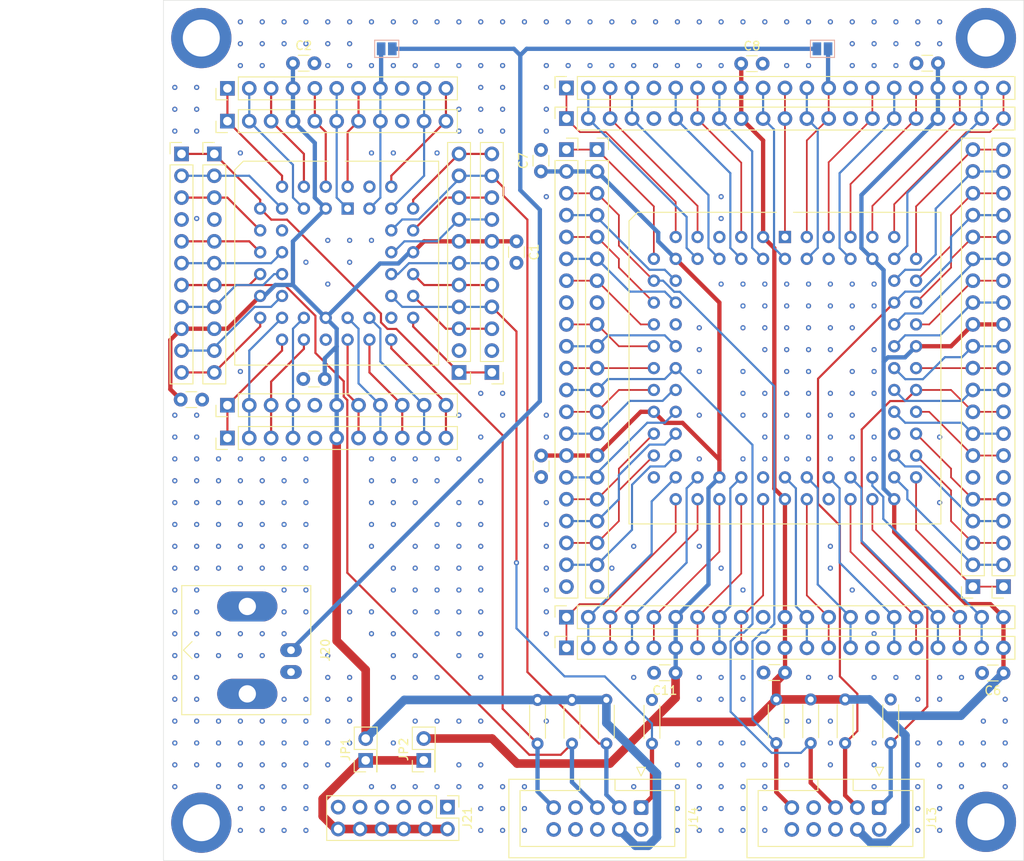
<source format=kicad_pcb>
(kicad_pcb (version 20240108) (generator "pcbnew") (generator_version "8.0")
  (layers (0 "F.Cu" signal) (1 "In1.Cu" signal) (2 "In2.Cu" signal) (31 "B.Cu" signal) (34 "B.Paste" user) (35 "F.Paste" user) (36 "B.SilkS" user "B.Silks") (37 "F.SilkS" user "F.Silks") (38 "B.Mask" user) (39 "F.Mask" user) (44 "Edge.Cuts" user))
  (net 0 "")
  (net 1 "Net-(J1-Pin_3)")
  (net 2 "Net-(J1-Pin_11)")
  (net 3 "Net-(J1-Pin_5)")
  (net 4 "Net-(J1-Pin_7)")
  (net 5 "Net-(J1-Pin_2)")
  (net 6 "Net-(J1-Pin_6)")
  (net 7 "Net-(J1-Pin_10)")
  (net 8 "Net-(J1-Pin_1)")
  (net 9 "Net-(J19-Pin_2)")
  (net 10 "Net-(J19-Pin_3)")
  (net 11 "Net-(J19-Pin_11)")
  (net 12 "Net-(J19-Pin_10)")
  (net 13 "Net-(J19-Pin_8)")
  (net 14 "Net-(J19-Pin_6)")
  (net 15 "Net-(J19-Pin_5)")
  (net 16 "Net-(J18-Pin_3)")
  (net 17 "Net-(J18-Pin_5)")
  (net 18 "Net-(J18-Pin_8)")
  (net 19 "Net-(J18-Pin_11)")
  (net 20 "Net-(J18-Pin_6)")
  (net 21 "Net-(J18-Pin_1)")
  (net 22 "Net-(J18-Pin_9)")
  (net 23 "Net-(J17-Pin_7)")
  (net 24 "Net-(J17-Pin_4)")
  (net 25 "Net-(J17-Pin_2)")
  (net 26 "Net-(J17-Pin_11)")
  (net 27 "Net-(J17-Pin_1)")
  (net 28 "Net-(J17-Pin_3)")
  (net 29 "Net-(J17-Pin_10)")
  (net 30 "Net-(J17-Pin_9)")
  (net 31 "Net-(J17-Pin_8)")
  (net 32 "Net-(J8-Pin_3)")
  (net 33 "Net-(J8-Pin_16)")
  (net 34 "Net-(J8-Pin_10)")
  (net 35 "Net-(J8-Pin_19)")
  (net 36 "Net-(J8-Pin_11)")
  (net 37 "Net-(J8-Pin_8)")
  (net 38 "Net-(J8-Pin_1)")
  (net 39 "Net-(J8-Pin_12)")
  (net 40 "Net-(J8-Pin_4)")
  (net 41 "Net-(J8-Pin_21)")
  (net 42 "Net-(J8-Pin_7)")
  (net 43 "Net-(J8-Pin_20)")
  (net 44 "Net-(J8-Pin_17)")
  (net 45 "Net-(J8-Pin_6)")
  (net 46 "Net-(J8-Pin_15)")
  (net 47 "Net-(J8-Pin_2)")
  (net 48 "Net-(J10-Pin_7)")
  (net 49 "Net-(J10-Pin_1)")
  (net 50 "Net-(J10-Pin_14)")
  (net 51 "Net-(J10-Pin_9)")
  (net 52 "Net-(J10-Pin_6)")
  (net 53 "Net-(J10-Pin_19)")
  (net 54 "Net-(J10-Pin_10)")
  (net 55 "Net-(J10-Pin_17)")
  (net 56 "Net-(J10-Pin_11)")
  (net 57 "Net-(J10-Pin_13)")
  (net 58 "Net-(J10-Pin_4)")
  (net 59 "Net-(J10-Pin_18)")
  (net 60 "Net-(J10-Pin_16)")
  (net 61 "Net-(J10-Pin_5)")
  (net 62 "Net-(J10-Pin_20)")
  (net 63 "Net-(J11-Pin_3)")
  (net 64 "Net-(J11-Pin_12)")
  (net 65 "Net-(J11-Pin_4)")
  (net 66 "Net-(J11-Pin_11)")
  (net 67 "Net-(J11-Pin_16)")
  (net 68 "Net-(J11-Pin_1)")
  (net 69 "Net-(J11-Pin_2)")
  (net 70 "Net-(J11-Pin_8)")
  (net 71 "Net-(J11-Pin_10)")
  (net 72 "Net-(J11-Pin_17)")
  (net 73 "Net-(J11-Pin_7)")
  (net 74 "Net-(J11-Pin_19)")
  (net 75 "Net-(J11-Pin_5)")
  (net 76 "Net-(J11-Pin_14)")
  (net 77 "Net-(J11-Pin_15)")
  (net 78 "Net-(J11-Pin_20)")
  (net 79 "Net-(J11-Pin_21)")
  (net 80 "Net-(J12-Pin_16)")
  (net 81 "Net-(J12-Pin_1)")
  (net 82 "Net-(J12-Pin_19)")
  (net 83 "Net-(J12-Pin_8)")
  (net 84 "Net-(J12-Pin_2)")
  (net 85 "Net-(J12-Pin_5)")
  (net 86 "Net-(J12-Pin_12)")
  (net 87 "Net-(J12-Pin_20)")
  (net 88 "Net-(J12-Pin_3)")
  (net 89 "Net-(J12-Pin_17)")
  (net 90 "Net-(J12-Pin_7)")
  (net 91 "Net-(J12-Pin_18)")
  (net 92 "Net-(J12-Pin_4)")
  (net 93 "Net-(J12-Pin_9)")
  (net 94 "Net-(J12-Pin_13)")
  (net 95 "Net-(J12-Pin_14)")
  (net 96 "/TMS_1")
  (net 97 "GND")
  (net 98 "/TDI_1")
  (net 100 "/VCC_1")
  (net 102 "/TDO_1")
  (net 103 "/TCLK_1")
  (net 105 "/TDI_2")
  (net 106 "/TDO_2")
  (net 107 "/TMS_2")
  (net 109 "/TCLK_2")
  (net 112 "/VCC_2")
  (net 113 "Net-(J20-In)")
  (net 114 "/CLK_2")
  (net 115 "/CLK_1")
  (net 116 "Net-(J21-Pin_10)")
  (footprint "Connector_PinHeader_2.54mm:PinHeader_2x01_P2.54mm_Vertical" (layer "F.Cu") (at 73.406 164.9585 90)
    (property "Reference" "JP1")
    (property "Value" "Jumper_1_Open" (hide yes))
  )
  (footprint "Connector_PinHeader_2.54mm:PinHeader_2x06_P2.54mm_Vertical" (layer "F.Cu") (at 82.906 170.3935 -90)
    (property "Reference" "J21")
    (property "Value" "Conn_02x06_Odd_Even" (hide yes))
  )
  (footprint "Resistor_THT:R_Axial_DIN0204_L3.6mm_D1.6mm_P5.08mm_Horizontal" (layer "F.Cu") (at 129.131 157.8735 -90)
    (property "Reference" "R2" (hide yes))
    (property "Value" "10K")
  )
  (footprint "Connector_PinSocket_2.54mm:PinSocket_1x21_P2.54mm_Vertical" (layer "F.Cu") (at 100.296 93.9628)
    (property "Reference" "J10" (hide yes))
    (property "Value" "Conn_01x21_Pin" (hide yes))
  )
  (footprint "Connector_PinHeader_2.54mm:PinHeader_1x11_P2.54mm_Vertical" (layer "F.Cu") (at 55.81 94.465)
    (property "Reference" "J19" (hide yes))
    (property "Value" "Conn_01x11_Pin" (hide yes))
  )
  (footprint "MountingHole:MountingHole_4.3mm_M4_ISO14580_Pad" (layer "F.Cu") (at 54.3 81)
    (property "Reference" "REF**" (hide yes))
    (property "Value" "MountingHole_4.3mm_M4_ISO14580_Pad" (hide yes))
  )
  (footprint "Package_LCC:PLCC-44_THT-Socket" (layer "F.Cu") (at 71.304 100.815)
    (property "Reference" "U1" (hide yes))
    (property "Value" "EPM7064S" (hide yes))
  )
  (footprint "Connector_PinHeader_2.54mm:PinHeader_1x11_P2.54mm_Vertical" (layer "F.Cu") (at 57.334 90.655 90)
    (property "Reference" "J1" (hide yes))
    (property "Value" "Conn_01x11_Pin" (hide yes))
  )
  (footprint "Connector_PinSocket_2.54mm:PinSocket_1x21_P2.54mm_Vertical" (layer "F.Cu") (at 147.54 144.7628 180)
    (property "Reference" "J5" (hide yes))
    (property "Value" "Conn_01x21_Pin" (hide yes))
  )
  (footprint "Capacitor_THT:C_Disc_D3.0mm_W1.6mm_P2.50mm" (layer "F.Cu") (at 51.9 123.025)
    (property "Reference" "C3" (hide yes))
    (property "Value" "100n" (hide yes))
  )
  (footprint "MountingHole:MountingHole_4.3mm_M4_ISO14580_Pad" (layer "F.Cu") (at 145.5 172.1)
    (property "Reference" "REF**" (hide yes))
    (property "Value" "MountingHole_4.3mm_M4_ISO14580_Pad" (hide yes))
  )
  (footprint "Capacitor_THT:C_Disc_D3.0mm_W1.6mm_P2.50mm" (layer "F.Cu") (at 139.925 83.925 180)
    (property "Reference" "C5" (hide yes))
    (property "Value" "100n")
  )
  (footprint "Capacitor_THT:C_Disc_D3.0mm_W1.6mm_P2.50mm" (layer "F.Cu") (at 90.932 104.625 -90)
    (property "Reference" "C1")
    (property "Value" "100n")
  )
  (footprint "Connector_PinHeader_2.54mm:PinHeader_1x11_P2.54mm_Vertical" (layer "F.Cu") (at 57.334 86.845 90)
    (property "Reference" "J15" (hide yes))
    (property "Value" "Conn_01x11_Pin" (hide yes))
  )
  (footprint "Resistor_THT:R_Axial_DIN0204_L3.6mm_D1.6mm_P5.08mm_Horizontal" (layer "F.Cu") (at 125.131 157.8735 -90)
    (property "Reference" "R3" (hide yes))
    (property "Value" "10K")
  )
  (footprint "Connector_PinSocket_2.54mm:PinSocket_1x21_P2.54mm_Vertical" (layer "F.Cu") (at 96.74 148.3188 90)
    (property "Reference" "J12" (hide yes))
    (property "Value" "Conn_01x21_Pin" (hide yes))
  )
  (footprint "Capacitor_THT:C_Disc_D3.0mm_W1.6mm_P2.50mm" (layer "F.Cu") (at 122.15 154.75 180)
    (property "Reference" "C10" (hide yes))
    (property "Value" "100n")
  )
  (footprint "Resistor_THT:R_Axial_DIN0204_L3.6mm_D1.6mm_P5.08mm_Horizontal" (layer "F.Cu") (at 97.381 157.9335 -90)
    (property "Reference" "R7" (hide yes))
    (property "Value" "10K")
  )
  (footprint "Capacitor_THT:C_Disc_D3.0mm_W1.6mm_P2.50mm" (layer "F.Cu") (at 93.8 129.525 -90)
    (property "Reference" "C9" (hide yes))
    (property "Value" "100n")
  )
  (footprint "Resistor_THT:R_Axial_DIN0204_L3.6mm_D1.6mm_P5.08mm_Horizontal" (layer "F.Cu") (at 134.431 157.8735 -90)
    (property "Reference" "R1" (hide yes))
    (property "Value" "10K")
  )
  (footprint "Connector_PinHeader_2.54mm:PinHeader_1x11_P2.54mm_Vertical" (layer "F.Cu") (at 84.258 119.865 180)
    (property "Reference" "J18" (hide yes))
    (property "Value" "Conn_01x11_Pin" (hide yes))
  )
  (footprint "Connector_PinSocket_2.54mm:PinSocket_1x21_P2.54mm_Vertical" (layer "F.Cu") (at 96.74 93.9628)
    (property "Reference" "J7" (hide yes))
    (property "Value" "Conn_01x21_Pin" (hide yes))
  )
  (footprint "Connector_PinSocket_2.54mm:PinSocket_1x21_P2.54mm_Vertical" (layer "F.Cu") (at 96.74 86.8 90)
    (property "Reference" "J8" (hide yes))
    (property "Value" "Conn_01x21_Pin" (hide yes))
  )
  (footprint "Resistor_THT:R_Axial_DIN0204_L3.6mm_D1.6mm_P5.08mm_Horizontal" (layer "F.Cu") (at 121.131 157.8735 -90)
    (property "Reference" "R4" (hide yes))
    (property "Value" "10K")
  )
  (footprint "Capacitor_THT:C_Disc_D3.0mm_W1.6mm_P2.50mm" (layer "F.Cu") (at 117.05 83.975)
    (property "Reference" "C8")
    (property "Value" "100n")
  )
  (footprint "Capacitor_THT:C_Disc_D3.0mm_W1.6mm_P2.50mm" (layer "F.Cu") (at 64.95 83.925)
    (property "Reference" "C2")
    (property "Value" "100n")
  )
  (footprint "Capacitor_THT:C_Disc_D3.0mm_W1.6mm_P2.50mm" (layer "F.Cu") (at 93.775 96.5 90)
    (property "Reference" "C7")
    (property "Value" "100n")
  )
  (footprint "Capacitor_THT:C_Disc_D3.0mm_W1.6mm_P2.50mm" (layer "F.Cu") (at 109.425 154.775 180)
    (property "Reference" "C11")
    (property "Value" "100n")
  )
  (footprint "Connector_PinHeader_2.54mm:PinHeader_1x11_P2.54mm_Vertical" (layer "F.Cu") (at 52 94.465)
    (property "Reference" "J2" (hide yes))
    (property "Value" "Conn_01x11_Pin" (hide yes))
  )
  (footprint "MountingHole:MountingHole_4.3mm_M4_ISO14580_Pad" (layer "F.Cu") (at 145.5 81)
    (property "Reference" "REF**" (hide yes))
    (property "Value" "MountingHole_4.3mm_M4_ISO14580_Pad" (hide yes))
  )
  (footprint "Resistor_THT:R_Axial_DIN0204_L3.6mm_D1.6mm_P5.08mm_Horizontal" (layer "F.Cu") (at 93.381 157.9335 -90)
    (property "Reference" "R8" (hide yes))
    (property "Value" "10K")
  )
  (footprint "Resistor_THT:R_Axial_DIN0204_L3.6mm_D1.6mm_P5.08mm_Horizontal" (layer "F.Cu") (at 101.381 157.9235 -90)
    (property "Reference" "R6" (hide yes))
    (property "Value" "10K")
  )
  (footprint "Connector_PinHeader_2.54mm:PinHeader_1x11_P2.54mm_Vertical" (layer "F.Cu") (at 57.334 123.675 90)
    (property "Reference" "J17" (hide yes))
    (property "Value" "Conn_01x11_Pin" (hide yes))
  )
  (footprint "Package_LCC:PLCC-84_THT-Socket" (layer "F.Cu") (at 122.14 104.1228)
    (property "Reference" "U3" (hide yes))
    (property "Value" "EPM7128S" (hide yes))
  )
  (footprint "Resistor_THT:R_Axial_DIN0204_L3.6mm_D1.6mm_P5.08mm_Horizontal" (layer "F.Cu") (at 106.681 157.9335 -90)
    (property "Reference" "R5" (hide yes))
    (property "Value" "10K")
  )
  (footprint "Connector_PinHeader_2.54mm:PinHeader_2x01_P2.54mm_Vertical" (layer "F.Cu") (at 80.156 164.9585 90)
    (property "Reference" "JP2")
    (property "Value" "Jumper_2_Open" (hide yes))
  )
  (footprint "Capacitor_THT:C_Disc_D3.0mm_W1.6mm_P2.50mm" (layer "F.Cu") (at 68.65 120.625 180)
    (property "Reference" "C4" (hide yes))
    (property "Value" "100n")
  )
  (footprint "Connector_IDC:IDC-Header_2x05_P2.54mm_Vertical" (layer "F.Cu") (at 105.416 170.4435 -90)
    (property "Reference" "J14")
    (property "Value" "Conn_02x05_Odd_Even" (hide yes))
  )
  (footprint "Connector_PinHeader_2.54mm:PinHeader_1x11_P2.54mm_Vertical" (layer "F.Cu") (at 88.068 119.865 180)
    (property "Reference" "J3" (hide yes))
    (property "Value" "Conn_01x11_Pin" (hide yes))
  )
  (footprint "Connector_PinSocket_2.54mm:PinSocket_1x21_P2.54mm_Vertical" (layer "F.Cu") (at 143.984 144.7628 180)
    (property "Reference" "J11" (hide yes))
    (property "Value" "Conn_01x21_Pin" (hide yes))
  )
  (footprint "Connector_PinSocket_2.54mm:PinSocket_1x21_P2.54mm_Vertical" (layer "F.Cu") (at 96.74 90.356 90)
    (property "Reference" "J9" (hide yes))
    (property "Value" "Conn_01x21_Pin" (hide yes))
  )
  (footprint "Connector_IDC:IDC-Header_2x05_P2.54mm_Vertical" (layer "F.Cu") (at 133.096 170.4435 -90)
    (property "Reference" "J13")
    (property "Value" "Conn_02x05_Odd_Even" (hide yes))
  )
  (footprint "MountingHole:MountingHole_4.3mm_M4_ISO14580_Pad" (layer "F.Cu") (at 54.3 172.2)
    (property "Reference" "REF**" (hide yes))
    (property "Value" "MountingHole_4.3mm_M4_ISO14580_Pad" (hide yes))
  )
  (footprint "Connector_Coaxial:BNC_Amphenol_B6252HB-NPP3G-50_Horizontal" (layer "F.Cu") (at 64.725 152.146 90)
    (property "Reference" "J20")
    (property "Value" "Conn_Coaxial" (hide yes))
  )
  (footprint "Capacitor_THT:C_Disc_D3.0mm_W1.6mm_P2.50mm" (layer "F.Cu") (at 147.55 154.8 180)
    (property "Reference" "C6")
    (property "Value" "100n")
  )
  (footprint "Connector_PinSocket_2.54mm:PinSocket_1x21_P2.54mm_Vertical" (layer "F.Cu") (at 96.74 151.8748 90)
    (property "Reference" "J6" (hide yes))
    (property "Value" "Conn_01x21_Pin" (hide yes))
  )
  (footprint "Connector_PinHeader_2.54mm:PinHeader_1x11_P2.54mm_Vertical" (layer "F.Cu") (at 57.334 127.485 90)
    (property "Reference" "J4" (hide yes))
    (property "Value" "Conn_01x11_Pin" (hide yes))
  )
  (footprint "Jumper:SolderJumper-2_P1.3mm_Open_Pad1.0x1.5mm" (layer "B.Cu") (at 75.85 82.25)
    (property "Reference" "JP3" (hide yes))
    (property "Value" "Jumper_3_Open" (hide yes))
  )
  (footprint "Jumper:SolderJumper-2_P1.3mm_Open_Pad1.0x1.5mm" (layer "B.Cu") (at 126.5 82.25 180)
    (property "Reference" "JP4" (hide yes))
    (property "Value" "Jumper_4_Open" (hide yes))
  )
  (gr_rect (start 49.9 76.6) (end 149.9 176.6) (stroke (width 0.05)) (fill none) (layer "Edge.Cuts"))
  (segment (start 66.224 94.465) (end 62.414 90.655) (width 0.25) (layer "F.Cu") (net 1))
  (segment (start 66.224 98.275) (end 66.224 94.465) (width 0.25) (layer "F.Cu") (net 1))
  (segment (start 62.414 90.655) (end 62.414 86.845) (width 0.25) (layer "F.Cu") (net 1))
  (segment (start 82.734 90.655) (end 82.734 86.845) (width 0.25) (layer "F.Cu") (net 2))
  (segment (start 76.384 98.275) (end 76.384 97.005) (width 0.25) (layer "F.Cu") (net 2))
  (segment (start 76.384 97.005) (end 82.734 90.655) (width 0.25) (layer "F.Cu") (net 2))
  (segment (start 68.764 91.925) (end 67.494 90.655) (width 0.25) (layer "F.Cu") (net 3))
  (segment (start 67.494 90.655) (end 67.494 86.845) (width 0.25) (layer "F.Cu") (net 3))
  (segment (start 68.764 98.275) (end 68.764 91.925) (width 0.25) (layer "F.Cu") (net 3))
  (segment (start 71.304 98.275) (end 71.304 91.925) (width 0.25) (layer "F.Cu") (net 4))
  (segment (start 71.304 91.925) (end 72.574 90.655) (width 0.25) (layer "F.Cu") (net 4))
  (segment (start 72.574 90.655) (end 72.574 86.845) (width 0.25) (layer "F.Cu") (net 4))
  (segment (start 64.954 95.735) (end 59.874 90.655) (width 0.25) (layer "B.Cu") (net 5))
  (segment (start 64.954 99.545) (end 64.954 95.735) (width 0.25) (layer "B.Cu") (net 5))
  (segment (start 66.224 100.815) (end 64.954 99.545) (width 0.25) (layer "B.Cu") (net 5))
  (segment (start 59.874 90.655) (end 59.874 86.845) (width 0.25) (layer "B.Cu") (net 5))
  (segment (start 71.304 100.815) (end 70.034 99.545) (width 0.25) (layer "B.Cu") (net 6))
  (segment (start 70.034 90.655) (end 70.034 86.845) (width 0.25) (layer "B.Cu") (net 6))
  (segment (start 70.034 99.545) (end 70.034 90.655) (width 0.25) (layer "B.Cu") (net 6))
  (segment (start 80.194 97.005) (end 80.194 90.655) (width 0.25) (layer "B.Cu") (net 7))
  (segment (start 80.194 90.655) (end 80.194 86.845) (width 0.25) (layer "B.Cu") (net 7))
  (segment (start 76.384 100.815) (end 80.194 97.005) (width 0.25) (layer "B.Cu") (net 7))
  (segment (start 63.684 98.275) (end 63.684 97.005) (width 0.25) (layer "F.Cu") (net 8))
  (segment (start 63.684 97.005) (end 57.334 90.655) (width 0.25) (layer "F.Cu") (net 8))
  (segment (start 57.334 90.655) (end 57.334 86.845) (width 0.25) (layer "F.Cu") (net 8))
  (segment (start 55.81 97.005) (end 52 97.005) (width 0.25) (layer "B.Cu") (net 9))
  (segment (start 63.684 100.815) (end 59.874 97.005) (width 0.25) (layer "B.Cu") (net 9))
  (segment (start 59.874 97.005) (end 55.81 97.005) (width 0.25) (layer "B.Cu") (net 9))
  (segment (start 55.81 99.545) (end 52 99.545) (width 0.25) (layer "F.Cu") (net 10))
  (segment (start 57.334 99.545) (end 55.81 99.545) (width 0.25) (layer "F.Cu") (net 10))
  (segment (start 61.144 103.355) (end 57.334 99.545) (width 0.25) (layer "F.Cu") (net 10))
  (segment (start 61.144 114.531) (end 55.81 119.865) (width 0.25) (layer "F.Cu") (net 11))
  (segment (start 55.81 119.865) (end 52 119.865) (width 0.25) (layer "F.Cu") (net 11))
  (segment (start 61.144 113.515) (end 61.144 114.531) (width 0.25) (layer "F.Cu") (net 11))
  (segment (start 55.81 117.325) (end 52 117.325) (width 0.25) (layer "B.Cu") (net 12))
  (segment (start 62.414 112.245) (end 60.509 112.245) (width 0.25) (layer "B.Cu") (net 12))
  (segment (start 63.684 110.975) (end 62.414 112.245) (width 0.25) (layer "B.Cu") (net 12))
  (segment (start 60.509 112.245) (end 55.81 116.944) (width 0.25) (layer "B.Cu") (net 12))
  (segment (start 55.81 116.944) (end 55.81 117.325) (width 0.25) (layer "B.Cu") (net 12))
  (segment (start 63.684 108.435) (end 62.765 108.435) (width 0.25) (layer "B.Cu") (net 13))
  (segment (start 62.765 108.435) (end 61.495 109.705) (width 0.25) (layer "B.Cu") (net 13))
  (segment (start 58.35 109.705) (end 55.81 112.245) (width 0.25) (layer "B.Cu") (net 13))
  (segment (start 55.81 112.245) (end 52 112.245) (width 0.25) (layer "B.Cu") (net 13))
  (segment (start 61.495 109.705) (end 58.35 109.705) (width 0.25) (layer "B.Cu") (net 13))
  (segment (start 62.414 107.165) (end 55.81 107.165) (width 0.25) (layer "B.Cu") (net 14))
  (segment (start 55.81 107.165) (end 52 107.165) (width 0.25) (layer "B.Cu") (net 14))
  (segment (start 63.684 105.895) (end 62.414 107.165) (width 0.25) (layer "B.Cu") (net 14))
  (segment (start 55.81 104.625) (end 52 104.625) (width 0.25) (layer "F.Cu") (net 15))
  (segment (start 61.144 105.895) (end 59.874 104.625) (width 0.25) (layer "F.Cu") (net 15))
  (segment (start 59.874 104.625) (end 55.81 104.625) (width 0.25) (layer "F.Cu") (net 15))
  (segment (start 84.258 114.785) (end 88.068 114.785) (width 0.25) (layer "F.Cu") (net 16))
  (segment (start 78.924 110.975) (end 82.734 114.785) (width 0.25) (layer "F.Cu") (net 16))
  (segment (start 82.734 114.785) (end 84.258 114.785) (width 0.25) (layer "F.Cu") (net 16))
  (segment (start 78.924 108.435) (end 80.194 109.705) (width 0.25) (layer "F.Cu") (net 17))
  (segment (start 84.258 109.705) (end 88.068 109.705) (width 0.25) (layer "F.Cu") (net 17))
  (segment (start 80.194 109.705) (end 84.258 109.705) (width 0.25) (layer "F.Cu") (net 17))
  (segment (start 76.638 105.895) (end 77.908 104.625) (width 0.25) (layer "B.Cu") (net 18))
  (segment (start 77.908 104.625) (end 81.718 104.625) (width 0.25) (layer "B.Cu") (net 18))
  (segment (start 76.384 105.895) (end 76.638 105.895) (width 0.25) (layer "B.Cu") (net 18))
  (segment (start 81.718 104.625) (end 84.258 102.085) (width 0.25) (layer "B.Cu") (net 18))
  (segment (start 84.258 102.085) (end 88.068 102.085) (width 0.25) (layer "B.Cu") (net 18))
  (segment (start 78.924 100.815) (end 78.924 99.799) (width 0.25) (layer "F.Cu") (net 19))
  (segment (start 78.924 99.799) (end 84.258 94.465) (width 0.25) (layer "F.Cu") (net 19))
  (segment (start 84.258 94.465) (end 88.068 94.465) (width 0.25) (layer "F.Cu") (net 19))
  (segment (start 77.165 108.435) (end 78.435 107.165) (width 0.25) (layer "B.Cu") (net 20))
  (segment (start 78.435 107.165) (end 84.258 107.165) (width 0.25) (layer "B.Cu") (net 20))
  (segment (start 84.258 107.165) (end 88.068 107.165) (width 0.25) (layer "B.Cu") (net 20))
  (segment (start 76.384 108.435) (end 77.165 108.435) (width 0.25) (layer "B.Cu") (net 20))
  (segment (start 78.924 114.531) (end 84.258 119.865) (width 0.25) (layer "F.Cu") (net 21))
  (segment (start 84.258 119.865) (end 88.068 119.865) (width 0.25) (layer "F.Cu") (net 21))
  (segment (start 78.924 113.515) (end 78.924 114.531) (width 0.25) (layer "F.Cu") (net 21))
  (segment (start 84.258 99.545) (end 88.068 99.545) (width 0.25) (layer "F.Cu") (net 22))
  (segment (start 82.734 99.545) (end 84.258 99.545) (width 0.25) (layer "F.Cu") (net 22))
  (segment (start 78.924 103.355) (end 82.734 99.545) (width 0.25) (layer "F.Cu") (net 22))
  (segment (start 72.574 123.675) (end 72.574 127.485) (width 0.25) (layer "F.Cu") (net 23))
  (segment (start 71.304 122.405) (end 72.574 123.675) (width 0.25) (layer "F.Cu") (net 23))
  (segment (start 71.304 116.055) (end 71.304 122.405) (width 0.25) (layer "F.Cu") (net 23))
  (segment (start 66.224 113.515) (end 64.954 114.785) (width 0.25) (layer "B.Cu") (net 24))
  (segment (start 64.954 114.785) (end 64.954 123.675) (width 0.25) (layer "B.Cu") (net 24))
  (segment (start 64.954 127.485) (end 64.954 123.675) (width 0.25) (layer "B.Cu") (net 24))
  (segment (start 63.684 113.515) (end 59.874 117.325) (width 0.25) (layer "B.Cu") (net 25))
  (segment (start 59.874 117.325) (end 59.874 123.675) (width 0.25) (layer "B.Cu") (net 25))
  (segment (start 59.874 123.675) (end 59.874 127.485) (width 0.25) (layer "B.Cu") (net 25))
  (segment (start 82.734 123.421) (end 82.734 123.675) (width 0.25) (layer "F.Cu") (net 26))
  (segment (start 76.384 117.071) (end 82.734 123.421) (width 0.25) (layer "F.Cu") (net 26))
  (segment (start 82.734 123.675) (end 82.734 127.485) (width 0.25) (layer "F.Cu") (net 26))
  (segment (start 76.384 116.055) (end 76.384 117.071) (width 0.25) (layer "F.Cu") (net 26))
  (segment (start 57.334 123.675) (end 57.334 127.485) (width 0.25) (layer "F.Cu") (net 27))
  (segment (start 63.684 116.055) (end 63.684 117.325) (width 0.25) (layer "F.Cu") (net 27))
  (segment (start 63.684 117.325) (end 57.334 123.675) (width 0.25) (layer "F.Cu") (net 27))
  (segment (start 66.224 117.126) (end 66.224 116.055) (width 0.25) (layer "F.Cu") (net 28))
  (segment (start 62.414 123.675) (end 62.414 127.485) (width 0.25) (layer "F.Cu") (net 28))
  (segment (start 62.414 120.936) (end 66.224 117.126) (width 0.25) (layer "F.Cu") (net 28))
  (segment (start 62.414 123.675) (end 62.414 120.936) (width 0.25) (layer "F.Cu") (net 28))
  (segment (start 75.114 114.785) (end 75.114 118.595) (width 0.25) (layer "B.Cu") (net 29))
  (segment (start 80.194 127.485) (end 80.194 123.675) (width 0.25) (layer "B.Cu") (net 29))
  (segment (start 73.844 113.515) (end 75.114 114.785) (width 0.25) (layer "B.Cu") (net 29))
  (segment (start 75.114 118.595) (end 80.194 123.675) (width 0.25) (layer "B.Cu") (net 29))
  (segment (start 73.844 116.055) (end 73.844 119.865) (width 0.25) (layer "F.Cu") (net 30))
  (segment (start 73.844 119.865) (end 77.654 123.675) (width 0.25) (layer "F.Cu") (net 30))
  (segment (start 77.654 127.485) (end 77.654 123.675) (width 0.25) (layer "F.Cu") (net 30))
  (segment (start 72.574 121.135) (end 75.114 123.675) (width 0.25) (layer "B.Cu") (net 31))
  (segment (start 75.114 123.675) (end 75.114 127.485) (width 0.25) (layer "B.Cu") (net 31))
  (segment (start 72.574 114.785) (end 72.574 121.135) (width 0.25) (layer "B.Cu") (net 31))
  (segment (start 71.304 113.515) (end 72.574 114.785) (width 0.25) (layer "B.Cu") (net 31))
  (segment (start 111.98 104.1228) (end 111.98 100.516) (width 0.2) (layer "F.Cu") (net 32))
  (segment (start 111.98 100.516) (end 101.82 90.356) (width 0.2) (layer "F.Cu") (net 32))
  (segment (start 101.82 90.356) (end 101.82 86.8) (width 0.2) (layer "F.Cu") (net 32))
  (segment (start 128.49 105.3928) (end 128.49 96.706) (width 0.25) (layer "B.Cu") (net 33))
  (segment (start 128.49 96.706) (end 134.84 90.356) (width 0.25) (layer "B.Cu") (net 33))
  (segment (start 134.84 90.356) (end 134.84 86.8) (width 0.25) (layer "B.Cu") (net 33))
  (segment (start 129.76 106.6628) (end 128.49 105.3928) (width 0.25) (layer "B.Cu") (net 33))
  (segment (start 122.14 106.6628) (end 120.87 105.3928) (width 0.25) (layer "B.Cu") (net 34))
  (segment (start 119.6 90.356) (end 119.6 86.8) (width 0.25) (layer "B.Cu") (net 34))
  (segment (start 120.87 91.626) (end 119.6 90.356) (width 0.25) (layer "B.Cu") (net 34))
  (segment (start 120.87 105.3928) (end 120.87 91.626) (width 0.25) (layer "B.Cu") (net 34))
  (segment (start 142.46 90.356) (end 142.46 86.8) (width 0.2) (layer "F.Cu") (net 35))
  (segment (start 132.3 104.1228) (end 132.3 100.516) (width 0.2) (layer "F.Cu") (net 35))
  (segment (start 132.3 100.516) (end 142.46 90.356) (width 0.2) (layer "F.Cu") (net 35))
  (segment (start 122.14 104.1228) (end 122.14 90.356) (width 0.2) (layer "F.Cu") (net 36))
  (segment (start 122.14 90.356) (end 122.14 86.8) (width 0.2) (layer "F.Cu") (net 36))
  (segment (start 118.33 94.166) (end 114.52 90.356) (width 0.25) (layer "B.Cu") (net 37))
  (segment (start 118.33 105.3928) (end 118.33 94.166) (width 0.25) (layer "B.Cu") (net 37))
  (segment (start 114.52 90.356) (end 114.52 86.8) (width 0.25) (layer "B.Cu") (net 37))
  (segment (start 119.6 106.6628) (end 118.33 105.3928) (width 0.25) (layer "B.Cu") (net 37))
  (segment (start 109.44 100.0588) (end 101.312 91.9308) (width 0.2) (layer "F.Cu") (net 38))
  (segment (start 96.74 90.356) (end 96.74 86.8) (width 0.2) (layer "F.Cu") (net 38))
  (segment (start 101.312 91.9308) (end 98.3148 91.9308) (width 0.2) (layer "F.Cu") (net 38))
  (segment (start 98.3148 91.9308) (end 96.74 90.356) (width 0.2) (layer "F.Cu") (net 38))
  (segment (start 109.44 104.1228) (end 109.44 100.0588) (width 0.2) (layer "F.Cu") (net 38))
  (segment (start 124.68 106.6628) (end 125.95 105.3928) (width 0.25) (layer "B.Cu") (net 39))
  (segment (start 125.95 91.626) (end 124.68 90.356) (width 0.25) (layer "B.Cu") (net 39))
  (segment (start 125.95 105.3928) (end 125.95 91.626) (width 0.25) (layer "B.Cu") (net 39))
  (segment (start 124.68 90.356) (end 124.68 86.8) (width 0.25) (layer "B.Cu") (net 39))
  (segment (start 113.25 99.246) (end 104.36 90.356) (width 0.25) (layer "B.Cu") (net 40))
  (segment (start 113.25 105.3928) (end 113.25 99.246) (width 0.25) (layer "B.Cu") (net 40))
  (segment (start 114.52 106.6628) (end 113.25 105.3928) (width 0.25) (layer "B.Cu") (net 40))
  (segment (start 104.36 90.356) (end 104.36 86.8) (width 0.25) (layer "B.Cu") (net 40))
  (segment (start 143.222 91.9308) (end 145.9652 91.9308) (width 0.2) (layer "F.Cu") (net 41))
  (segment (start 134.84 104.1228) (end 134.84 100.3128) (width 0.2) (layer "F.Cu") (net 41))
  (segment (start 134.84 100.3128) (end 143.222 91.9308) (width 0.2) (layer "F.Cu") (net 41))
  (segment (start 147.54 90.356) (end 147.54 86.8) (width 0.2) (layer "F.Cu") (net 41))
  (segment (start 145.9652 91.9308) (end 147.54 90.356) (width 0.2) (layer "F.Cu") (net 41))
  (segment (start 111.98 90.356) (end 111.98 86.8) (width 0.2) (layer "F.Cu") (net 42))
  (segment (start 111.98 90.4068) (end 111.98 90.356) (width 0.2) (layer "F.Cu") (net 42))
  (segment (start 117.06 104.1228) (end 117.06 95.4868) (width 0.2) (layer "F.Cu") (net 42))
  (segment (start 117.06 95.4868) (end 111.98 90.4068) (width 0.2) (layer "F.Cu") (net 42))
  (segment (start 136.364 105.1388) (end 136.364 98.992) (width 0.25) (layer "B.Cu") (net 43))
  (segment (start 136.364 98.992) (end 145 90.356) (width 0.25) (layer "B.Cu") (net 43))
  (segment (start 134.84 106.6628) (end 136.364 105.1388) (width 0.25) (layer "B.Cu") (net 43))
  (segment (start 145 90.356) (end 145 86.8) (width 0.25) (layer "B.Cu") (net 43))
  (segment (start 129.76 104.1228) (end 129.76 97.976) (width 0.2) (layer "F.Cu") (net 44))
  (segment (start 137.38 90.356) (end 137.38 86.8) (width 0.2) (layer "F.Cu") (net 44))
  (segment (start 129.76 97.976) (end 137.38 90.356) (width 0.2) (layer "F.Cu") (net 44))
  (segment (start 115.79 105.3928) (end 115.79 96.706) (width 0.25) (layer "B.Cu") (net 45))
  (segment (start 117.06 106.6628) (end 115.79 105.3928) (width 0.25) (layer "B.Cu") (net 45))
  (segment (start 109.44 90.356) (end 109.44 86.8) (width 0.25) (layer "B.Cu") (net 45))
  (segment (start 115.79 96.706) (end 109.44 90.356) (width 0.25) (layer "B.Cu") (net 45))
  (segment (start 132.3 90.356) (end 132.3 86.8) (width 0.2) (layer "F.Cu") (net 46))
  (segment (start 127.22 104.1228) (end 127.22 95.436) (width 0.2) (layer "F.Cu") (net 46))
  (segment (start 127.22 95.436) (end 132.3 90.356) (width 0.2) (layer "F.Cu") (net 46))
  (segment (start 110.71 105.3928) (end 110.71 101.786) (width 0.25) (layer "B.Cu") (net 47))
  (segment (start 99.28 90.356) (end 99.28 86.8) (width 0.25) (layer "B.Cu") (net 47))
  (segment (start 111.98 106.6628) (end 110.71 105.3928) (width 0.25) (layer "B.Cu") (net 47))
  (segment (start 110.71 101.786) (end 99.28 90.356) (width 0.25) (layer "B.Cu") (net 47))
  (segment (start 106.9 114.2828) (end 105.376 114.2828) (width 0.2) (layer "F.Cu") (net 48))
  (segment (start 105.376 114.2828) (end 100.296 109.2028) (width 0.2) (layer "F.Cu") (net 48))
  (segment (start 100.296 109.2028) (end 96.74 109.2028) (width 0.2) (layer "F.Cu") (net 48))
  (segment (start 106.9 106.6628) (end 106.9 100.5668) (width 0.2) (layer "F.Cu") (net 49))
  (segment (start 100.296 93.9628) (end 96.74 93.9628) (width 0.2) (layer "F.Cu") (net 49))
  (segment (start 106.9 100.5668) (end 100.296 93.9628) (width 0.2) (layer "F.Cu") (net 49))
  (segment (start 100.296 126.9828) (end 96.74 126.9828) (width 0.25) (layer "B.Cu") (net 50))
  (segment (start 109.186 121.9028) (end 107.916 123.1728) (width 0.25) (layer "B.Cu") (net 50))
  (segment (start 104.106 123.1728) (end 100.296 126.9828) (width 0.25) (layer "B.Cu") (net 50))
  (segment (start 107.916 123.1728) (end 104.106 123.1728) (width 0.25) (layer "B.Cu") (net 50))
  (segment (start 109.44 121.9028) (end 109.186 121.9028) (width 0.25) (layer "B.Cu") (net 50))
  (segment (start 106.9 116.8228) (end 102.836 116.8228) (width 0.2) (layer "F.Cu") (net 51))
  (segment (start 100.296 114.2828) (end 96.74 114.2828) (width 0.2) (layer "F.Cu") (net 51))
  (segment (start 102.836 116.8228) (end 100.296 114.2828) (width 0.2) (layer "F.Cu") (net 51))
  (segment (start 104.106 110.4728) (end 100.296 106.6628) (width 0.25) (layer "B.Cu") (net 52))
  (segment (start 100.296 106.6628) (end 96.74 106.6628) (width 0.25) (layer "B.Cu") (net 52))
  (segment (start 108.17 110.4728) (end 104.106 110.4728) (width 0.25) (layer "B.Cu") (net 52))
  (segment (start 109.44 111.7428) (end 108.17 110.4728) (width 0.25) (layer "B.Cu") (net 52))
  (segment (start 106.9 129.5228) (end 102.836 133.5868) (width 0.2) (layer "F.Cu") (net 53))
  (segment (start 102.836 137.1428) (end 100.296 139.6828) (width 0.2) (layer "F.Cu") (net 53))
  (segment (start 100.296 139.6828) (end 96.74 139.6828) (width 0.2) (layer "F.Cu") (net 53))
  (segment (start 102.836 133.5868) (end 102.836 137.1428) (width 0.2) (layer "F.Cu") (net 53))
  (segment (start 109.44 116.8228) (end 108.17 115.5528) (width 0.25) (layer "B.Cu") (net 54))
  (segment (start 100.296 116.8228) (end 96.74 116.8228) (width 0.25) (layer "B.Cu") (net 54))
  (segment (start 108.17 115.5528) (end 101.566 115.5528) (width 0.25) (layer "B.Cu") (net 54))
  (segment (start 101.566 115.5528) (end 100.296 116.8228) (width 0.25) (layer "B.Cu") (net 54))
  (segment (start 102.836 131.0468) (end 102.836 132.0628) (width 0.2) (layer "F.Cu") (net 55))
  (segment (start 100.296 134.6028) (end 96.74 134.6028) (width 0.2) (layer "F.Cu") (net 55))
  (segment (start 106.9 126.9828) (end 102.836 131.0468) (width 0.2) (layer "F.Cu") (net 55))
  (segment (start 102.836 132.0628) (end 100.296 134.6028) (width 0.2) (layer "F.Cu") (net 55))
  (segment (start 100.296 119.3628) (end 96.74 119.3628) (width 0.2) (layer "F.Cu") (net 56))
  (segment (start 106.9 119.3628) (end 100.296 119.3628) (width 0.2) (layer "F.Cu") (net 56))
  (segment (start 100.296 124.4428) (end 96.74 124.4428) (width 0.2) (layer "F.Cu") (net 57))
  (segment (start 106.9 121.9028) (end 102.836 121.9028) (width 0.2) (layer "F.Cu") (net 57))
  (segment (start 102.836 121.9028) (end 100.296 124.4428) (width 0.2) (layer "F.Cu") (net 57))
  (segment (start 100.296 101.5828) (end 96.74 101.5828) (width 0.25) (layer "B.Cu") (net 58))
  (segment (start 106.392 107.9328) (end 100.296 101.8368) (width 0.25) (layer "B.Cu") (net 58))
  (segment (start 109.44 109.2028) (end 108.17 107.9328) (width 0.25) (layer "B.Cu") (net 58))
  (segment (start 108.17 107.9328) (end 106.392 107.9328) (width 0.25) (layer "B.Cu") (net 58))
  (segment (start 100.296 101.8368) (end 100.296 101.5828) (width 0.25) (layer "B.Cu") (net 58))
  (segment (start 108.17 128.2528) (end 106.392 128.2528) (width 0.25) (layer "B.Cu") (net 59))
  (segment (start 109.44 126.9828) (end 108.17 128.2528) (width 0.25) (layer "B.Cu") (net 59))
  (segment (start 102.836 131.8088) (end 102.836 134.6028) (width 0.25) (layer "B.Cu") (net 59))
  (segment (start 106.392 128.2528) (end 102.836 131.8088) (width 0.25) (layer "B.Cu") (net 59))
  (segment (start 100.296 137.1428) (end 96.74 137.1428) (width 0.25) (layer "B.Cu") (net 59))
  (segment (start 102.836 134.6028) (end 100.296 137.1428) (width 0.25) (layer "B.Cu") (net 59))
  (segment (start 100.296 132.0628) (end 96.74 132.0628) (width 0.25) (layer "B.Cu") (net 60))
  (segment (start 100.296 131.5548) (end 100.296 132.0628) (width 0.25) (layer "B.Cu") (net 60))
  (segment (start 108.17 125.7128) (end 106.138 125.7128) (width 0.25) (layer "B.Cu") (net 60))
  (segment (start 106.138 125.7128) (end 100.296 131.5548) (width 0.25) (layer "B.Cu") (net 60))
  (segment (start 109.44 124.4428) (end 108.17 125.7128) (width 0.25) (layer "B.Cu") (net 60))
  (segment (start 102.836 107.6788) (end 102.836 106.6628) (width 0.2) (layer "F.Cu") (net 61))
  (segment (start 106.9 111.7428) (end 102.836 107.6788) (width 0.2) (layer "F.Cu") (net 61))
  (segment (start 102.836 106.6628) (end 100.296 104.1228) (width 0.2) (layer "F.Cu") (net 61))
  (segment (start 100.296 104.1228) (end 96.74 104.1228) (width 0.2) (layer "F.Cu") (net 61))
  (segment (start 108.17 130.7928) (end 106.493 130.7928) (width 0.25) (layer "B.Cu") (net 62))
  (segment (start 100.296 142.2228) (end 96.74 142.2228) (width 0.25) (layer "B.Cu") (net 62))
  (segment (start 104.36 138.1588) (end 100.296 142.2228) (width 0.25) (layer "B.Cu") (net 62))
  (segment (start 106.493 130.7928) (end 104.36 132.9258) (width 0.25) (layer "B.Cu") (net 62))
  (segment (start 109.44 129.5228) (end 108.17 130.7928) (width 0.25) (layer "B.Cu") (net 62))
  (segment (start 104.36 132.9258) (end 104.36 138.1588) (width 0.25) (layer "B.Cu") (net 62))
  (segment (start 137.38 129.5228) (end 141.444 133.5868) (width 0.2) (layer "F.Cu") (net 63))
  (segment (start 141.444 133.5868) (end 141.444 137.1428) (width 0.2) (layer "F.Cu") (net 63))
  (segment (start 141.444 137.1428) (end 143.984 139.6828) (width 0.2) (layer "F.Cu") (net 63))
  (segment (start 143.984 139.6828) (end 147.54 139.6828) (width 0.2) (layer "F.Cu") (net 63))
  (segment (start 136.1272 120.65) (end 134.84 119.3628) (width 0.25) (layer "B.Cu") (net 64))
  (segment (start 143.984 116.8228) (end 142.714 118.0928) (width 0.25) (layer "B.Cu") (net 64))
  (segment (start 138.176 120.65) (end 136.1272 120.65) (width 0.25) (layer "B.Cu") (net 64))
  (segment (start 142.714 118.0928) (end 140.7332 118.0928) (width 0.25) (layer "B.Cu") (net 64))
  (segment (start 140.7332 118.0928) (end 138.176 120.65) (width 0.25) (layer "B.Cu") (net 64))
  (segment (start 143.984 116.8228) (end 147.54 116.8228) (width 0.25) (layer "B.Cu") (net 64))
  (segment (start 136.11 130.7928) (end 137.888 130.7928) (width 0.25) (layer "B.Cu") (net 65))
  (segment (start 137.888 130.7928) (end 143.984 136.8888) (width 0.25) (layer "B.Cu") (net 65))
  (segment (start 143.984 136.8888) (end 143.984 137.1428) (width 0.25) (layer "B.Cu") (net 65))
  (segment (start 134.84 129.5228) (end 136.11 130.7928) (width 0.25) (layer "B.Cu") (net 65))
  (segment (start 143.984 137.1428) (end 147.54 137.1428) (width 0.25) (layer "B.Cu") (net 65))
  (segment (start 143.984 119.3628) (end 147.54 119.3628) (width 0.2) (layer "F.Cu") (net 66))
  (segment (start 137.38 119.3628) (end 143.984 119.3628) (width 0.2) (layer "F.Cu") (net 66))
  (segment (start 136.11 113.0128) (end 138.142 113.0128) (width 0.25) (layer "B.Cu") (net 67))
  (segment (start 143.984 107.1708) (end 143.984 106.6628) (width 0.25) (layer "B.Cu") (net 67))
  (segment (start 134.84 114.2828) (end 136.11 113.0128) (width 0.25) (layer "B.Cu") (net 67))
  (segment (start 138.142 113.0128) (end 143.984 107.1708) (width 0.25) (layer "B.Cu") (net 67))
  (segment (start 143.984 106.6628) (end 147.54 106.6628) (width 0.25) (layer "B.Cu") (net 67))
  (segment (start 143.984 144.7628) (end 147.54 144.7628) (width 0.2) (layer "F.Cu") (net 68))
  (segment (start 137.38 138.1588) (end 143.984 144.7628) (width 0.2) (layer "F.Cu") (net 68))
  (segment (start 137.38 132.0628) (end 137.38 138.1588) (width 0.2) (layer "F.Cu") (net 68))
  (segment (start 136.364 134.6028) (end 143.984 142.2228) (width 0.25) (layer "B.Cu") (net 69))
  (segment (start 136.364 133.5868) (end 136.364 134.6028) (width 0.25) (layer "B.Cu") (net 69))
  (segment (start 134.84 132.0628) (end 136.364 133.5868) (width 0.25) (layer "B.Cu") (net 69))
  (segment (start 143.984 142.2228) (end 147.54 142.2228) (width 0.25) (layer "B.Cu") (net 69))
  (segment (start 136.11 125.7128) (end 142.714 125.7128) (width 0.25) (layer "B.Cu") (net 70))
  (segment (start 134.84 124.4428) (end 136.11 125.7128) (width 0.25) (layer "B.Cu") (net 70))
  (segment (start 143.984 126.9828) (end 147.54 126.9828) (width 0.25) (layer "B.Cu") (net 70))
  (segment (start 142.714 125.7128) (end 143.984 126.9828) (width 0.25) (layer "B.Cu") (net 70))
  (segment (start 136.11 123.1728) (end 142.714 123.1728) (width 0.25) (layer "B.Cu") (net 71))
  (segment (start 142.714 123.1728) (end 143.984 121.9028) (width 0.25) (layer "B.Cu") (net 71))
  (segment (start 143.984 121.9028) (end 147.54 121.9028) (width 0.25) (layer "B.Cu") (net 71))
  (segment (start 134.84 121.9028) (end 136.11 123.1728) (width 0.25) (layer "B.Cu") (net 71))
  (segment (start 141.444 107.6788) (end 141.444 106.6628) (width 0.2) (layer "F.Cu") (net 72))
  (segment (start 137.38 111.7428) (end 141.444 107.6788) (width 0.2) (layer "F.Cu") (net 72))
  (segment (start 143.984 104.1228) (end 147.54 104.1228) (width 0.2) (layer "F.Cu") (net 72))
  (segment (start 141.444 106.6628) (end 143.984 104.1228) (width 0.2) (layer "F.Cu") (net 72))
  (segment (start 138.904 124.4428) (end 143.984 129.5228) (width 0.2) (layer "F.Cu") (net 73))
  (segment (start 143.984 129.5228) (end 147.54 129.5228) (width 0.2) (layer "F.Cu") (net 73))
  (segment (start 137.38 124.4428) (end 138.904 124.4428) (width 0.2) (layer "F.Cu") (net 73))
  (segment (start 141.444 105.1388) (end 141.444 101.5828) (width 0.2) (layer "F.Cu") (net 74))
  (segment (start 137.38 109.2028) (end 141.444 105.1388) (width 0.2) (layer "F.Cu") (net 74))
  (segment (start 141.444 101.5828) (end 143.984 99.0428) (width 0.2) (layer "F.Cu") (net 74))
  (segment (start 143.984 99.0428) (end 147.54 99.0428) (width 0.2) (layer "F.Cu") (net 74))
  (segment (start 141.444 131.0468) (end 141.444 132.0628) (width 0.2) (layer "F.Cu") (net 75))
  (segment (start 141.444 132.0628) (end 143.984 134.6028) (width 0.2) (layer "F.Cu") (net 75))
  (segment (start 147.54 134.6028) (end 143.984 134.6028) (width 0.25) (layer "F.Cu") (net 75))
  (segment (start 137.38 126.9828) (end 141.444 131.0468) (width 0.2) (layer "F.Cu") (net 75))
  (segment (start 136.11 115.5528) (end 140.174 115.5528) (width 0.25) (layer "B.Cu") (net 76))
  (segment (start 143.984 111.7428) (end 147.54 111.7428) (width 0.25) (layer "B.Cu") (net 76))
  (segment (start 140.174 115.5528) (end 143.984 111.7428) (width 0.25) (layer "B.Cu") (net 76))
  (segment (start 134.84 116.8228) (end 136.11 115.5528) (width 0.25) (layer "B.Cu") (net 76))
  (segment (start 137.38 114.2828) (end 138.904 114.2828) (width 0.2) (layer "F.Cu") (net 77))
  (segment (start 138.904 114.2828) (end 143.984 109.2028) (width 0.2) (layer "F.Cu") (net 77))
  (segment (start 143.984 109.2028) (end 147.54 109.2028) (width 0.2) (layer "F.Cu") (net 77))
  (segment (start 139.666 106.1548) (end 139.666 100.8208) (width 0.25) (layer "B.Cu") (net 78))
  (segment (start 137.888 107.9328) (end 139.666 106.1548) (width 0.25) (layer "B.Cu") (net 78))
  (segment (start 143.984 96.5028) (end 147.54 96.5028) (width 0.25) (layer "B.Cu") (net 78))
  (segment (start 136.11 107.9328) (end 137.888 107.9328) (width 0.25) (layer "B.Cu") (net 78))
  (segment (start 134.84 109.2028) (end 136.11 107.9328) (width 0.25) (layer "B.Cu") (net 78))
  (segment (start 139.666 100.8208) (end 143.984 96.5028) (width 0.25) (layer "B.Cu") (net 78))
  (segment (start 137.38 106.6628) (end 137.38 100.5668) (width 0.2) (layer "F.Cu") (net 79))
  (segment (start 143.984 93.9628) (end 147.54 93.9628) (width 0.2) (layer "F.Cu") (net 79))
  (segment (start 137.38 100.5668) (end 143.984 93.9628) (width 0.2) (layer "F.Cu") (net 79))
  (segment (start 128.49 141.9688) (end 134.84 148.3188) (width 0.25) (layer "B.Cu") (net 80))
  (segment (start 134.84 151.8748) (end 134.84 148.3188) (width 0.25) (layer "B.Cu") (net 80))
  (segment (start 127.22 132.0628) (end 128.49 133.3328) (width 0.25) (layer "B.Cu") (net 80))
  (segment (start 128.49 133.3328) (end 128.49 141.9688) (width 0.25) (layer "B.Cu") (net 80))
  (segment (start 101.058 146.7948) (end 98.264 146.7948) (width 0.2) (layer "F.Cu") (net 81))
  (segment (start 98.264 146.7948) (end 96.74 148.3188) (width 0.2) (layer "F.Cu") (net 81))
  (segment (start 96.74 148.3188) (end 96.74 151.8748) (width 0.2) (layer "F.Cu") (net 81))
  (segment (start 109.44 138.4128) (end 101.058 146.7948) (width 0.2) (layer "F.Cu") (net 81))
  (segment (start 109.44 134.6028) (end 109.44 138.4128) (width 0.2) (layer "F.Cu") (net 81))
  (segment (start 132.3 134.6028) (end 132.3 138.1588) (width 0.2) (layer "F.Cu") (net 82))
  (segment (start 132.3 138.1588) (end 142.46 148.3188) (width 0.2) (layer "F.Cu") (net 82))
  (segment (start 142.46 148.3188) (end 142.46 151.8748) (width 0.2) (layer "F.Cu") (net 82))
  (segment (start 114.52 148.3188) (end 114.52 151.8748) (width 0.25) (layer "B.Cu") (net 83))
  (segment (start 115.79 147.0488) (end 114.52 148.3188) (width 0.25) (layer "B.Cu") (net 83))
  (segment (start 117.06 132.0628) (end 115.79 133.3328) (width 0.25) (layer "B.Cu") (net 83))
  (segment (start 115.79 133.3328) (end 115.79 147.0488) (width 0.25) (layer "B.Cu") (net 83))
  (segment (start 106.646 134.8568) (end 106.646 140.9528) (width 0.25) (layer "B.Cu") (net 84))
  (segment (start 109.44 132.0628) (end 106.646 134.8568) (width 0.25) (layer "B.Cu") (net 84))
  (segment (start 99.28 148.3188) (end 99.28 151.8748) (width 0.25) (layer "B.Cu") (net 84))
  (segment (start 106.646 140.9528) (end 99.28 148.3188) (width 0.25) (layer "B.Cu") (net 84))
  (segment (start 114.52 140.6988) (end 106.9 148.3188) (width 0.2) (layer "F.Cu") (net 85))
  (segment (start 114.52 134.6028) (end 114.52 140.6988) (width 0.2) (layer "F.Cu") (net 85))
  (segment (start 106.9 148.3188) (end 106.9 151.8748) (width 0.2) (layer "F.Cu") (net 85))
  (segment (start 122.14 132.0628) (end 123.41 133.3328) (width 0.25) (layer "B.Cu") (net 86))
  (segment (start 123.41 133.3328) (end 123.41 147.0488) (width 0.25) (layer "B.Cu") (net 86))
  (segment (start 123.41 147.0488) (end 124.68 148.3188) (width 0.25) (layer "B.Cu") (net 86))
  (segment (start 124.68 148.3188) (end 124.68 151.8748) (width 0.25) (layer "B.Cu") (net 86))
  (segment (start 145 148.3188) (end 133.57 136.8888) (width 0.25) (layer "B.Cu") (net 87))
  (segment (start 132.3 133.062) (end 132.3 132.0628) (width 0.25) (layer "B.Cu") (net 87))
  (segment (start 145 148.3188) (end 145 151.8748) (width 0.25) (layer "B.Cu") (net 87))
  (segment (start 133.57 136.8888) (end 133.57 134.332) (width 0.25) (layer "B.Cu") (net 87))
  (segment (start 133.57 134.332) (end 132.3 133.062) (width 0.25) (layer "B.Cu") (net 87))
  (segment (start 111.98 138.1588) (end 101.82 148.3188) (width 0.2) (layer "F.Cu") (net 88))
  (segment (start 111.98 134.6028) (end 111.98 138.1588) (width 0.2) (layer "F.Cu") (net 88))
  (segment (start 101.82 148.3188) (end 101.82 151.8748) (width 0.2) (layer "F.Cu") (net 88))
  (segment (start 129.76 140.6988) (end 137.38 148.3188) (width 0.2) (layer "F.Cu") (net 89))
  (segment (start 129.76 134.6028) (end 129.76 140.6988) (width 0.2) (layer "F.Cu") (net 89))
  (segment (start 137.38 148.3188) (end 137.38 151.8748) (width 0.2) (layer "F.Cu") (net 89))
  (segment (start 117.06 143.2388) (end 111.98 148.3188) (width 0.2) (layer "F.Cu") (net 90))
  (segment (start 111.98 148.3188) (end 111.98 151.8748) (width 0.2) (layer "F.Cu") (net 90))
  (segment (start 117.06 134.6028) (end 117.06 143.2388) (width 0.2) (layer "F.Cu") (net 90))
  (segment (start 131.03 139.4288) (end 139.92 148.3188) (width 0.25) (layer "B.Cu") (net 91))
  (segment (start 139.92 151.8748) (end 139.92 148.3188) (width 0.25) (layer "B.Cu") (net 91))
  (segment (start 131.03 133.3328) (end 131.03 139.4288) (width 0.25) (layer "B.Cu") (net 91))
  (segment (start 129.76 132.0628) (end 131.03 133.3328) (width 0.25) (layer "B.Cu") (net 91))
  (segment (start 110.71 133.3328) (end 110.71 141.9688) (width 0.25) (layer "B.Cu") (net 92))
  (segment (start 110.71 141.9688) (end 104.36 148.3188) (width 0.25) (layer "B.Cu") (net 92))
  (segment (start 111.98 132.0628) (end 110.71 133.3328) (width 0.25) (layer "B.Cu") (net 92))
  (segment (start 104.36 148.3188) (end 104.36 151.8748) (width 0.25) (layer "B.Cu") (net 92))
  (segment (start 117.06 148.3188) (end 117.06 151.8748) (width 0.2) (layer "F.Cu") (net 93))
  (segment (start 119.6 145.7788) (end 117.06 148.3188) (width 0.2) (layer "F.Cu") (net 93))
  (segment (start 119.6 134.6028) (end 119.6 145.7788) (width 0.2) (layer "F.Cu") (net 93))
  (segment (start 127.22 148.3188) (end 127.22 151.8748) (width 0.2) (layer "F.Cu") (net 94))
  (segment (start 124.68 134.6028) (end 124.68 145.7788) (width 0.2) (layer "F.Cu") (net 94))
  (segment (start 124.68 145.7788) (end 127.22 148.3188) (width 0.2) (layer "F.Cu") (net 94))
  (segment (start 125.95 133.3328) (end 125.95 144.5088) (width 0.25) (layer "B.Cu") (net 95))
  (segment (start 129.76 148.3188) (end 129.76 151.8748) (width 0.25) (layer "B.Cu") (net 95))
  (segment (start 124.68 132.0628) (end 125.95 133.3328) (width 0.25) (layer "B.Cu") (net 95))
  (segment (start 125.95 144.5088) (end 129.76 148.3188) (width 0.25) (layer "B.Cu") (net 95))
  (segment (start 125.131 167.5585) (end 128.016 170.4435) (width 0.5) (layer "F.Cu") (net 96))
  (segment (start 125.131 162.9535) (end 125.131 167.5585) (width 0.5) (layer "F.Cu") (net 96))
  (segment (start 118.364 149.098) (end 118.364 128.2868) (width 0.25) (layer "B.Cu") (net 96))
  (segment (start 120.603965 164.084) (end 115.824 159.304035) (width 0.25) (layer "B.Cu") (net 96))
  (segment (start 109.44 119.3628) (end 108.17 120.6328) (width 0.25) (layer "B.Cu") (net 96))
  (segment (start 118.364 128.2868) (end 109.44 119.3628) (width 0.25) (layer "B.Cu") (net 96))
  (segment (start 124.0005 164.084) (end 120.603965 164.084) (width 0.25) (layer "B.Cu") (net 96))
  (segment (start 125.131 162.9535) (end 124.0005 164.084) (width 0.25) (layer "B.Cu") (net 96))
  (segment (start 101.566 120.6328) (end 100.296 121.9028) (width 0.25) (layer "B.Cu") (net 96))
  (segment (start 115.824 151.13) (end 116.84 150.114) (width 0.25) (layer "B.Cu") (net 96))
  (segment (start 117.348 150.114) (end 118.364 149.098) (width 0.25) (layer "B.Cu") (net 96))
  (segment (start 116.84 150.114) (end 117.348 150.114) (width 0.25) (layer "B.Cu") (net 96))
  (segment (start 100.296 121.9028) (end 96.74 121.9028) (width 0.25) (layer "B.Cu") (net 96))
  (segment (start 115.824 159.304035) (end 115.824 151.13) (width 0.25) (layer "B.Cu") (net 96))
  (segment (start 108.17 120.6328) (end 101.566 120.6328) (width 0.25) (layer "B.Cu") (net 96))
  (via (at 74.08 147.695) (size 0.6) (drill 0.3) (layers "F.Cu" "B.Cu") (net 97))
  (via (at 114.72 162.935) (size 0.6) (drill 0.3) (layers "F.Cu" "B.Cu") (net 97))
  (via (at 114.72 109.595) (size 0.6) (drill 0.3) (layers "F.Cu" "B.Cu") (net 97))
  (via (at 124.88 119.755) (size 0.6) (drill 0.3) (layers "F.Cu" "B.Cu") (net 97))
  (via (at 145.2 165.475) (size 0.6) (drill 0.3) (layers "F.Cu" "B.Cu") (net 97))
  (via (at 99.48 84.195) (size 0.6) (drill 0.3) (layers "F.Cu" "B.Cu") (net 97))
  (via (at 86.78 147.695) (size 0.6) (drill 0.3) (layers "F.Cu" "B.Cu") (net 97))
  (via (at 147.74 162.935) (size 0.6) (drill 0.3) (layers "F.Cu" "B.Cu") (net 97))
  (via (at 117.26 119.755) (size 0.6) (drill 0.3) (layers "F.Cu" "B.Cu") (net 97))
  (via (at 124.88 117.215) (size 0.6) (drill 0.3) (layers "F.Cu" "B.Cu") (net 97))
  (via (at 69 160.395) (size 0.6) (drill 0.3) (layers "F.Cu" "B.Cu") (net 97))
  (via (at 109.64 168.015) (size 0.6) (drill 0.3) (layers "F.Cu" "B.Cu") (net 97))
  (via (at 84.24 84.195) (size 0.6) (drill 0.3) (layers "F.Cu" "B.Cu") (net 97))
  (via (at 147.74 165.475) (size 0.6) (drill 0.3) (layers "F.Cu" "B.Cu") (net 97))
  (via (at 102.02 79.115) (size 0.6) (drill 0.3) (layers "F.Cu" "B.Cu") (net 97))
  (via (at 61.38 150.235) (size 0.6) (drill 0.3) (layers "F.Cu" "B.Cu") (net 97))
  (via (at 79.16 84.195) (size 0.6) (drill 0.3) (layers "F.Cu" "B.Cu") (net 97))
  (via (at 74.08 168.015) (size 0.6) (drill 0.3) (layers "F.Cu" "B.Cu") (net 97))
  (via (at 81.7 129.915) (size 0.6) (drill 0.3) (layers "F.Cu" "B.Cu") (net 97))
  (via (at 86.78 140.075) (size 0.6) (drill 0.3) (layers "F.Cu" "B.Cu") (net 97))
  (via (at 94.4 134.995) (size 0.6) (drill 0.3) (layers "F.Cu" "B.Cu") (net 97))
  (via (at 66.46 145.155) (size 0.6) (drill 0.3) (layers "F.Cu" "B.Cu") (net 97))
  (via (at 117.26 173.095) (size 0.6) (drill 0.3) (layers "F.Cu" "B.Cu") (net 97))
  (via (at 86.78 137.535) (size 0.6) (drill 0.3) (layers "F.Cu" "B.Cu") (net 97))
  (via (at 84.24 134.995) (size 0.6) (drill 0.3) (layers "F.Cu" "B.Cu") (net 97))
  (via (at 51.22 127.375) (size 0.6) (drill 0.3) (layers "F.Cu" "B.Cu") (net 97))
  (via (at 51.22 142.615) (size 0.6) (drill 0.3) (layers "F.Cu" "B.Cu") (net 97))
  (via (at 63.92 157.855) (size 0.6) (drill 0.3) (layers "F.Cu" "B.Cu") (net 97))
  (via (at 119.8 109.595) (size 0.6) (drill 0.3) (layers "F.Cu" "B.Cu") (net 97))
  (via (at 84.24 89.275) (size 0.6) (drill 0.3) (layers "F.Cu" "B.Cu") (net 97))
  (via (at 119.8 168.015) (size 0.6) (drill 0.3) (layers "F.Cu" "B.Cu") (net 97))
  (via (at 56.3 165.475) (size 0.6) (drill 0.3) (layers "F.Cu" "B.Cu") (net 97))
  (via (at 94.4 84.195) (size 0.6) (drill 0.3) (layers "F.Cu" "B.Cu") (net 97))
  (via (at 140.12 127.375) (size 0.6) (drill 0.3) (layers "F.Cu" "B.Cu") (net 97))
  (via (at 94.4 124.835) (size 0.6) (drill 0.3) (layers "F.Cu" "B.Cu") (net 97))
  (via (at 74.08 129.915) (size 0.6) (drill 0.3) (layers "F.Cu" "B.Cu") (net 97))
  (via (at 129.96 84.195) (size 0.6) (drill 0.3) (layers "F.Cu" "B.Cu") (net 97))
  (via (at 112.18 114.675) (size 0.6) (drill 0.3) (layers "F.Cu" "B.Cu") (net 97))
  (via (at 114.72 168.015) (size 0.6) (drill 0.3) (layers "F.Cu" "B.Cu") (net 97))
  (via (at 71.54 84.195) (size 0.6) (drill 0.3) (layers "F.Cu" "B.Cu") (net 97))
  (via (at 94.4 160.395) (size 0.6) (drill 0.3) (layers "F.Cu" "B.Cu") (net 97))
  (via (at 91.86 173.095) (size 0.6) (drill 0.3) (layers "F.Cu" "B.Cu") (net 97))
  (via (at 81.7 137.535) (size 0.6) (drill 0.3) (layers "F.Cu" "B.Cu") (net 97))
  (via (at 58.84 142.615) (size 0.6) (drill 0.3) (layers "F.Cu" "B.Cu") (net 97))
  (via (at 122.34 109.595) (size 0.6) (drill 0.3) (layers "F.Cu" "B.Cu") (net 97))
  (via (at 132.5 129.915) (size 0.6) (drill 0.3) (layers "F.Cu" "B.Cu") (net 97))
  (via (at 63.92 142.615) (size 0.6) (drill 0.3) (layers "F.Cu" "B.Cu") (net 97))
  (via (at 86.78 134.995) (size 0.6) (drill 0.3) (layers "F.Cu" "B.Cu") (net 97))
  (via (at 71.54 157.855) (size 0.6) (drill 0.3) (layers "F.Cu" "B.Cu") (net 97))
  (via (at 129.96 124.835) (size 0.6) (drill 0.3) (layers "F.Cu" "B.Cu") (net 97))
  (via (at 132.5 165.475) (size 0.6) (drill 0.3) (layers "F.Cu" "B.Cu") (net 97))
  (via (at 86.78 122.295) (size 0.6) (drill 0.3) (layers "F.Cu" "B.Cu") (net 97))
  (via (at 124.88 79.115) (size 0.6) (drill 0.3) (layers "F.Cu" "B.Cu") (net 97))
  (via (at 84.24 129.915) (size 0.6) (drill 0.3) (layers "F.Cu" "B.Cu") (net 97))
  (via (at 58.84 137.535) (size 0.6) (drill 0.3) (layers "F.Cu" "B.Cu") (net 97))
  (via (at 135.04 79.115) (size 0.6) (drill 0.3) (layers "F.Cu" "B.Cu") (net 97))
  (via (at 69 155.315) (size 0.6) (drill 0.3) (layers "F.Cu" "B.Cu") (net 97))
  (via (at 51.22 145.155) (size 0.6) (drill 0.3) (layers "F.Cu" "B.Cu") (net 97))
  (via (at 127.42 140.075) (size 0.6) (drill 0.3) (layers "F.Cu" "B.Cu") (net 97))
  (via (at 112.18 155.315) (size 0.6) (drill 0.3) (layers "F.Cu" "B.Cu") (net 97))
  (via (at 53.76 86.735) (size 0.6) (drill 0.3) (layers "F.Cu" "B.Cu") (net 97))
  (via (at 117.26 157.855) (size 0.6) (drill 0.3) (layers "F.Cu" "B.Cu") (net 97))
  (via (at 137.58 162.935) (size 0.6) (drill 0.3) (layers "F.Cu" "B.Cu") (net 97))
  (via (at 51.22 129.915) (size 0.6) (drill 0.3) (layers "F.Cu" "B.Cu") (net 97))
  (via (at 142.66 168.015) (size 0.6) (drill 0.3) (layers "F.Cu" "B.Cu") (net 97))
  (via (at 61.38 160.395) (size 0.6) (drill 0.3) (layers "F.Cu" "B.Cu") (net 97))
  (via (at 66.46 157.855) (size 0.6) (drill 0.3) (layers "F.Cu" "B.Cu") (net 97))
  (via (at 127.42 109.595) (size 0.6) (drill 0.3) (layers "F.Cu" "B.Cu") (net 97))
  (via (at 56.3 160.395) (size 0.6) (drill 0.3) (layers "F.Cu" "B.Cu") (net 97))
  (via (at 129.96 122.295) (size 0.6) (drill 0.3) (layers "F.Cu" "B.Cu") (net 97))
  (via (at 124.88 124.835) (size 0.6) (drill 0.3) (layers "F.Cu" "B.Cu") (net 97))
  (via (at 58.84 84.195) (size 0.6) (drill 0.3) (layers "F.Cu" "B.Cu") (net 97))
  (via (at 94.4 89.275) (size 0.6) (drill 0.3) (layers "F.Cu" "B.Cu") (net 97))
  (via (at 127.42 160.395) (size 0.6) (drill 0.3) (layers "F.Cu" "B.Cu") (net 97))
  (via (at 84.24 145.155) (size 0.6) (drill 0.3) (layers "F.Cu" "B.Cu") (net 97))
  (via (at 114.72 165.475) (size 0.6) (drill 0.3) (layers "F.Cu" "B.Cu") (net 97))
  (via (at 56.3 129.915) (size 0.6) (drill 0.3) (layers "F.Cu" "B.Cu") (net 97))
  (via (at 114.72 101.975) (size 0.6) (drill 0.3) (layers "F.Cu" "B.Cu") (net 97))
  (via (at 114.72 170.555) (size 0.6) (drill 0.3) (layers "F.Cu" "B.Cu") (net 97))
  (via (at 124.88 122.295) (size 0.6) (drill 0.3) (layers "F.Cu" "B.Cu") (net 97))
  (via (at 132.5 112.135) (size 0.6) (drill 0.3) (layers "F.Cu" "B.Cu") (net 97))
  (via (at 71.54 107.055) (size 0.6) (drill 0.3) (layers "F.Cu" "B.Cu") (net 97))
  (via (at 53.76 155.315) (size 0.6) (drill 0.3) (layers "F.Cu" "B.Cu") (net 97))
  (via (at 127.42 112.135) (size 0.6) (drill 0.3) (layers "F.Cu" "B.Cu") (net 97))
  (via (at 127.42 127.375) (size 0.6) (drill 0.3) (layers "F.Cu" "B.Cu") (net 97))
  (via (at 61.38 168.015) (size 0.6) (drill 0.3) (layers "F.Cu" "B.Cu") (net 97))
  (via (at 84.24 140.075) (size 0.6) (drill 0.3) (layers "F.Cu" "B.Cu") (net 97))
  (via (at 58.84 168.015) (size 0.6) (drill 0.3) (layers "F.Cu" "B.Cu") (net 97))
  (via (at 61.38 137.535) (size 0.6) (drill 0.3) (layers "F.Cu" "B.Cu") (net 97))
  (via (at 51.22 165.475) (size 0.6) (drill 0.3) (layers "F.Cu" "B.Cu") (net 97))
  (via (at 145.2 162.935) (size 0.6) (drill 0.3) (layers "F.Cu" "B.Cu") (net 97))
  (via (at 79.16 129.915) (size 0.6) (drill 0.3) (layers "F.Cu" "B.Cu") (net 97))
  (via (at 79.16 145.155) (size 0.6) (drill 0.3) (layers "F.Cu" "B.Cu") (net 97))
  (via (at 104.56 140.075) (size 0.6) (drill 0.3) (layers "F.Cu" "B.Cu") (net 97))
  (via (at 119.8 112.135) (size 0.6) (drill 0.3) (layers "F.Cu" "B.Cu") (net 97))
  (via (at 117.26 109.595) (size 0.6) (drill 0.3) (layers "F.Cu" "B.Cu") (net 97))
  (via (at 58.84 81.655) (size 0.6) (drill 0.3) (layers "F.Cu" "B.Cu") (net 97))
  (via (at 86.78 165.475) (size 0.6) (drill 0.3) (layers "F.Cu" "B.Cu") (net 97))
  (via (at 137.58 157.855) (size 0.6) (drill 0.3) (layers "F.Cu" "B.Cu") (net 97))
  (via (at 58.84 152.775) (size 0.6) (drill 0.3) (layers "F.Cu" "B.Cu") (net 97))
  (via (at 132.5 109.595) (size 0.6) (drill 0.3) (layers "F.Cu" "B.Cu") (net 97))
  (via (at 53.76 142.615) (size 0.6) (drill 0.3) (layers "F.Cu" "B.Cu") (net 97))
  (via (at 74.08 84.195) (size 0.6) (drill 0.3) (layers "F.Cu" "B.Cu") (net 97))
  (via (at 53.76 152.775) (size 0.6) (drill 0.3) (layers "F.Cu" "B.Cu") (net 97))
  (via (at 109.64 173.095) (size 0.6) (drill 0.3) (layers "F.Cu" "B.Cu") (net 97))
  (via (at 76.62 145.155) (size 0.6) (drill 0.3) (layers "F.Cu" "B.Cu") (net 97))
  (via (at 140.12 134.995) (size 0.6) (drill 0.3) (layers "F.Cu" "B.Cu") (net 97))
  (via (at 140.12 170.555) (size 0.6) (drill 0.3) (layers "F.Cu" "B.Cu") (net 97))
  (via (at 76.62 152.775) (size 0.6) (drill 0.3) (layers "F.Cu" "B.Cu") (net 97))
  (via (at 79.16 134.995) (size 0.6) (drill 0.3) (layers "F.Cu" "B.Cu") (net 97))
  (via (at 58.84 150.235) (size 0.6) (drill 0.3) (layers "F.Cu" "B.Cu") (net 97))
  (via (at 86.78 89.275) (size 0.6) (drill 0.3) (layers "F.Cu" "B.Cu") (net 97))
  (via (at 124.88 112.135) (size 0.6) (drill 0.3) (layers "F.Cu" "B.Cu") (net 97))
  (via (at 147.74 157.855) (size 0.6) (drill 0.3) (layers "F.Cu" "B.Cu") (net 97))
  (via (at 63.92 140.075) (size 0.6) (drill 0.3) (layers "F.Cu" "B.Cu") (net 97))
  (via (at 117.26 129.915) (size 0.6) (drill 0.3) (layers "F.Cu" "B.Cu") (net 97))
  (via (at 114.72 155.315) (size 0.6) (drill 0.3) (layers "F.Cu" "B.Cu") (net 97))
  (via (at 69 157.855) (size 0.6) (drill 0.3) (layers "F.Cu" "B.Cu") (net 97))
  (via (at 137.58 173.095) (size 0.6) (drill 0.3) (layers "F.Cu" "B.Cu") (net 97))
  (via (at 66.46 173.095) (size 0.6) (drill 0.3) (layers "F.Cu" "B.Cu") (net 97))
  (via (at 71.54 79.115) (size 0.6) (drill 0.3) (layers "F.Cu" "B.Cu") (net 97))
  (via (at 102.02 84.195) (size 0.6) (drill 0.3) (layers "F.Cu" "B.Cu") (net 97))
  (via (at 51.22 147.695) (size 0.6) (drill 0.3) (layers "F.Cu" "B.Cu") (net 97))
  (via (at 76.62 84.195) (size 0.6) (drill 0.3) (layers "F.Cu" "B.Cu") (net 97))
  (via (at 129.96 109.595) (size 0.6) (drill 0.3) (layers "F.Cu" "B.Cu") (net 97))
  (via (at 74.08 94.355) (size 0.6) (drill 0.3) (layers "F.Cu" "B.Cu") (net 97))
  (via (at 66.46 147.695) (size 0.6) (drill 0.3) (layers "F.Cu" "B.Cu") (net 97))
  (via (at 94.4 86.735) (size 0.6) (drill 0.3) (layers "F.Cu" "B.Cu") (net 97))
  (via (at 76.62 142.615) (size 0.6) (drill 0.3) (layers "F.Cu" "B.Cu") (net 97))
  (via (at 94.4 91.815) (size 0.6) (drill 0.3) (layers "F.Cu" "B.Cu") (net 97))
  (via (at 63.92 170.555) (size 0.6) (drill 0.3) (layers "F.Cu" "B.Cu") (net 97))
  (via (at 76.62 155.315) (size 0.6) (drill 0.3) (layers "F.Cu" "B.Cu") (net 97))
  (via (at 51.22 89.275) (size 0.6) (drill 0.3) (layers "F.Cu" "B.Cu") (net 97))
  (via (at 124.88 129.915) (size 0.6) (drill 0.3) (layers "F.Cu" "B.Cu") (net 97))
  (via (at 74.08 79.115) (size 0.6) (drill 0.3) (layers "F.Cu" "B.Cu") (net 97))
  (via (at 124.88 127.375) (size 0.6) (drill 0.3) (layers "F.Cu" "B.Cu") (net 97))
  (via (at 58.84 132.455) (size 0.6) (drill 0.3) (layers "F.Cu" "B.Cu") (net 97))
  (via (at 71.54 162.935) (size 0.6) (drill 0.3) (layers "F.Cu" "B.Cu") (net 97))
  (via (at 137.58 170.555) (size 0.6) (drill 0.3) (layers "F.Cu" "B.Cu") (net 97))
  (via (at 53.76 162.935) (size 0.6) (drill 0.3) (layers "F.Cu" "B.Cu") (net 97))
  (via (at 76.62 137.535) (size 0.6) (drill 0.3) (layers "F.Cu" "B.Cu") (net 97))
  (via (at 56.3 134.995) (size 0.6) (drill 0.3) (layers "F.Cu" "B.Cu") (net 97))
  (via (at 71.54 81.655) (size 0.6) (drill 0.3) (layers "F.Cu" "B.Cu") (net 97))
  (via (at 129.96 112.135) (size 0.6) (drill 0.3) (layers "F.Cu" "B.Cu") (net 97))
  (via (at 76.62 150.235) (size 0.6) (drill 0.3) (layers "F.Cu" "B.Cu") (net 97))
  (via (at 61.38 142.615) (size 0.6) (drill 0.3) (layers "F.Cu" "B.Cu") (net 97))
  (via (at 94.4 79.115) (size 0.6) (drill 0.3) (layers "F.Cu" "B.Cu") (net 97))
  (via (at 119.8 127.375) (size 0.6) (drill 0.3) (layers "F.Cu" "B.Cu") (net 97))
  (via (at 119.8 129.915) (size 0.6) (drill 0.3) (layers "F.Cu" "B.Cu") (net 97))
  (via (at 63.92 132.455) (size 0.6) (drill 0.3) (layers "F.Cu" "B.Cu") (net 97))
  (via (at 122.34 114.675) (size 0.6) (drill 0.3) (layers "F.Cu" "B.Cu") (net 97))
  (via (at 58.84 160.395) (size 0.6) (drill 0.3) (layers "F.Cu" "B.Cu") (net 97))
  (via (at 51.22 168.015) (size 0.6) (drill 0.3) (layers "F.Cu" "B.Cu") (net 97))
  (via (at 66.46 140.075) (size 0.6) (drill 0.3) (layers "F.Cu" "B.Cu") (net 97))
  (via (at 53.76 124.835) (size 0.6) (drill 0.3) (layers "F.Cu" "B.Cu") (net 97))
  (via (at 63.92 129.915) (size 0.6) (drill 0.3) (layers "F.Cu" "B.Cu") (net 97))
  (via (at 86.78 91.815) (size 0.6) (drill 0.3) (layers "F.Cu" "B.Cu") (net 97))
  (via (at 51.22 152.775) (size 0.6) (drill 0.3) (layers "F.Cu" "B.Cu") (net 97))
  (via (at 79.16 140.075) (size 0.6) (drill 0.3) (layers "F.Cu" "B.Cu") (net 97))
  (via (at 66.46 132.455) (size 0.6) (drill 0.3) (layers "F.Cu" "B.Cu") (net 97))
  (via (at 142.66 165.475) (size 0.6) (drill 0.3) (layers "F.Cu" "B.Cu") (net 97))
  (via (at 53.76 132.455) (size 0.6) (drill 0.3) (layers "F.Cu" "B.Cu") (net 97))
  (via (at 107.1 79.115) (size 0.6) (drill 0.3) (layers "F.Cu" "B.Cu") (net 97))
  (via (at 127.42 122.295) (size 0.6) (drill 0.3) (layers "F.Cu" "B.Cu") (net 97))
  (via (at 91.86 168.015) (size 0.6) (drill 0.3) (layers "F.Cu" "B.Cu") (net 97))
  (via (at 66.46 165.475) (size 0.6) (drill 0.3) (layers "F.Cu" "B.Cu") (net 97))
  (via (at 74.08 134.995) (size 0.6) (drill 0.3) (layers "F.Cu" "B.Cu") (net 97))
  (via (at 119.8 114.675) (size 0.6) (drill 0.3) (layers "F.Cu" "B.Cu") (net 97))
  (via (at 124.88 109.595) (size 0.6) (drill 0.3) (layers "F.Cu" "B.Cu") (net 97))
  (via (at 119.8 122.295) (size 0.6) (drill 0.3) (layers "F.Cu" "B.Cu") (net 97))
  (via (at 71.54 155.315) (size 0.6) (drill 0.3) (layers "F.Cu" "B.Cu") (net 97))
  (via (at 145.2 160.395) (size 0.6) (drill 0.3) (layers "F.Cu" "B.Cu") (net 97))
  (via (at 84.24 152.775) (size 0.6) (drill 0.3) (layers "F.Cu" "B.Cu") (net 97))
  (via (at 137.58 155.315) (size 0.6) (drill 0.3) (layers "F.Cu" "B.Cu") (net 97))
  (via (at 51.22 160.395) (size 0.6) (drill 0.3) (layers "F.Cu" "B.Cu") (net 97))
  (via (at 132.5 127.375) (size 0.6) (drill 0.3) (layers "F.Cu" "B.Cu") (net 97))
  (via (at 132.5 84.195) (size 0.6) (drill 0.3) (layers "F.Cu" "B.Cu") (net 97))
  (via (at 86.78 173.095) (size 0.6) (drill 0.3) (layers "F.Cu" "B.Cu") (net 97))
  (via (at 117.26 162.935) (size 0.6) (drill 0.3) (layers "F.Cu" "B.Cu") (net 97))
  (via (at 56.3 162.935) (size 0.6) (drill 0.3) (layers "F.Cu" "B.Cu") (net 97))
  (via (at 58.84 140.075) (size 0.6) (drill 0.3) (layers "F.Cu" "B.Cu") (net 97))
  (via (at 51.22 137.535) (size 0.6) (drill 0.3) (layers "F.Cu" "B.Cu") (net 97))
  (via (at 94.4 99.435) (size 0.6) (drill 0.3) (layers "F.Cu" "B.Cu") (net 97))
  (via (at 89.32 170.555) (size 0.6) (drill 0.3) (layers "F.Cu" "B.Cu") (net 97))
  (via (at 109.64 170.555) (size 0.6) (drill 0.3) (layers "F.Cu" "B.Cu") (net 97))
  (via (at 71.54 160.395) (size 0.6) (drill 0.3) (layers "F.Cu" "B.Cu") (net 97))
  (via (at 109.64 79.115) (size 0.6) (drill 0.3) (layers "F.Cu" "B.Cu") (net 97))
  (via (at 58.84 129.915) (size 0.6) (drill 0.3) (layers "F.Cu" "B.Cu") (net 97))
  (via (at 86.78 79.115) (size 0.6) (drill 0.3) (layers "F.Cu" "B.Cu") (net 97))
  (via (at 129.96 145.155) (size 0.6) (drill 0.3) (layers "F.Cu" "B.Cu") (net 97))
  (via (at 117.26 165.475) (size 0.6) (drill 0.3) (layers "F.Cu" "B.Cu") (net 97))
  (via (at 129.96 81.655) (size 0.6) (drill 0.3) (layers "F.Cu" "B.Cu") (net 97))
  (via (at 112.18 140.075) (size 0.6) (drill 0.3) (layers "F.Cu" "B.Cu") (net 97))
  (via (at 53.76 134.995) (size 0.6) (drill 0.3) (layers "F.Cu" "B.Cu") (net 97))
  (via (at 112.18 117.215) (size 0.6) (drill 0.3) (layers "F.Cu" "B.Cu") (net 97))
  (via (at 114.72 142.615) (size 0.6) (drill 0.3) (layers "F.Cu" "B.Cu") (net 97))
  (via (at 61.38 84.195) (size 0.6) (drill 0.3) (layers "F.Cu" "B.Cu") (net 97))
  (via (at 86.78 86.735) (size 0.6) (drill 0.3) (layers "F.Cu" "B.Cu") (net 97))
  (via (at 132.5 122.295) (size 0.6) (drill 0.3) (layers "F.Cu" "B.Cu") (net 97))
  (via (at 53.76 140.075) (size 0.6) (drill 0.3) (layers "F.Cu" "B.Cu") (net 97))
  (via (at 63.92 137.535) (size 0.6) (drill 0.3) (layers "F.Cu" "B.Cu") (net 97))
  (via (at 63.92 79.115) (size 0.6) (drill 0.3) (layers "F.Cu" "B.Cu") (net 97))
  (via (at 124.88 84.195) (size 0.6) (drill 0.3) (layers "F.Cu" "B.Cu") (net 97))
  (via (at 66.46 107.055) (size 0.6) (drill 0.3) (layers "F.Cu" "B.Cu") (net 97))
  (via (at 61.38 140.075) (size 0.6) (drill 0.3) (layers "F.Cu" "B.Cu") (net 97))
  (via (at 112.18 173.095) (size 0.6) (drill 0.3) (layers "F.Cu" "B.Cu") (net 97))
  (via (at 53.76 150.235) (size 0.6) (drill 0.3) (layers "F.Cu" "B.Cu") (net 97))
  (via (at 53.76 89.275) (size 0.6) (drill 0.3) (layers "F.Cu" "B.Cu") (net 97))
  (via (at 58.84 173.095) (size 0.6) (drill 0.3) (layers "F.Cu" "B.Cu") (net 97))
  (via (at 71.54 104.515) (size 0.6) (drill 0.3) (layers "F.Cu" "B.Cu") (net 97))
  (via (at 127.42 79.115) (size 0.6) (drill 0.3) (layers "F.Cu" "B.Cu") (net 97))
  (via (at 86.78 84.195) (size 0.6) (drill 0.3) (layers "F.Cu" "B.Cu") (net 97))
  (via (at 63.92 165.475) (size 0.6) (drill 0.3) (layers "F.Cu" "B.Cu") (net 97))
  (via (at 112.18 119.755) (size 0.6) (drill 0.3) (layers "F.Cu" "B.Cu") (net 97))
  (via (at 63.92 81.655) (size 0.6) (drill 0.3) (layers "F.Cu" "B.Cu") (net 97))
  (via (at 117.26 168.015) (size 0.6) (drill 0.3) (layers "F.Cu" "B.Cu") (net 97))
  (via (at 51.22 132.455) (size 0.6) (drill 0.3) (layers "F.Cu" "B.Cu") (net 97))
  (via (at 122.34 79.115) (size 0.6) (drill 0.3) (layers "F.Cu" "B.Cu") (net 97))
  (via (at 66.46 160.395) (size 0.6) (drill 0.3) (layers "F.Cu" "B.Cu") (net 97))
  (via (at 76.62 79.115) (size 0.6) (drill 0.3) (layers "F.Cu" "B.Cu") (net 97))
  (via (at 124.88 114.675) (size 0.6) (drill 0.3) (layers "F.Cu" "B.Cu") (net 97))
  (via (at 61.38 152.775) (size 0.6) (drill 0.3) (layers "F.Cu" "B.Cu") (net 97))
  (via (at 51.22 150.235) (size 0.6) (drill 0.3) (layers "F.Cu" "B.Cu") (net 97))
  (via (at 94.4 150.235) (size 0.6) (drill 0.3) (layers "F.Cu" "B.Cu") (net 97))
  (via (at 63.92 147.695) (size 0.6) (drill 0.3) (layers "F.Cu" "B.Cu") (net 97))
  (via (at 94.4 127.375) (size 0.6) (drill 0.3) (layers "F.Cu" "B.Cu") (net 97))
  (via (at 74.08 132.455) (size 0.6) (drill 0.3) (layers "F.Cu" "B.Cu") (net 97))
  (via (at 81.7 94.355) (size 0.6) (drill 0.3) (layers "F.Cu" "B.Cu") (net 97))
  (via (at 135.04 81.655) (size 0.6) (drill 0.3) (layers "F.Cu" "B.Cu") (net 97))
  (via (at 61.38 81.655) (size 0.6) (drill 0.3) (layers "F.Cu" "B.Cu") (net 97))
  (via (at 94.4 140.075) (size 0.6) (drill 0.3) (layers "F.Cu" "B.Cu") (net 97))
  (via (at 135.04 155.315) (size 0.6) (drill 0.3) (layers "F.Cu" "B.Cu") (net 97))
  (via (at 114.72 157.855) (size 0.6) (drill 0.3) (layers "F.Cu" "B.Cu") (net 97))
  (via (at 112.18 79.115) (size 0.6) (drill 0.3) (layers "F.Cu" "B.Cu") (net 97))
  (via (at 84.24 150.235) (size 0.6) (drill 0.3) (layers "F.Cu" "B.Cu") (net 97))
  (via (at 127.42 117.215) (size 0.6) (drill 0.3) (layers "F.Cu" "B.Cu") (net 97))
  (via (at 81.7 150.235) (size 0.6) (drill 0.3) (layers "F.Cu" "B.Cu") (net 97))
  (via (at 81.7 140.075) (size 0.6) (drill 0.3) (layers "F.Cu" "B.Cu") (net 97))
  (via (at 79.16 152.775) (size 0.6) (drill 0.3) (layers "F.Cu" "B.Cu") (net 97))
  (via (at 86.78 145.155) (size 0.6) (drill 0.3) (layers "F.Cu" "B.Cu") (net 97))
  (via (at 140.12 162.935) (size 0.6) (drill 0.3) (layers "F.Cu" "B.Cu") (net 97))
  (via (at 132.5 150.235) (size 0.6) (drill 0.3) (layers "F.Cu" "B.Cu") (net 97))
  (via (at 127.42 124.835) (size 0.6) (drill 0.3) (layers "F.Cu" "B.Cu") (net 97))
  (via (at 114.72 84.195) (size 0.6) (drill 0.3) (layers "F.Cu" "B.Cu") (net 97))
  (via (at 51.22 157.855) (size 0.6) (drill 0.3) (layers "F.Cu" "B.Cu") (net 97))
  (via (at 89.32 86.735) (size 0.6) (drill 0.3) (layers "F.Cu" "B.Cu") (net 97))
  (via (at 112.18 170.555) (size 0.6) (drill 0.3) (layers "F.Cu" "B.Cu") (net 97))
  (via (at 140.12 81.655) (size 0.6) (drill 0.3) (layers "F.Cu" "B.Cu") (net 97))
  (via (at 91.86 170.555) (size 0.6) (drill 0.3) (layers "F.Cu" "B.Cu") (net 97))
  (via (at 84.24 124.835) (size 0.6) (drill 0.3) (layers "F.Cu" "B.Cu") (net 97))
  (via (at 132.5 119.755) (size 0.6) (drill 0.3) (layers "F.Cu" "B.Cu") (net 97))
  (via (at 89.32 91.815) (size 0.6) (drill 0.3) (layers "F.Cu" "B.Cu") (net 97))
  (via (at 132.5 162.935) (size 0.6) (drill 0.3) (layers "F.Cu" "B.Cu") (net 97))
  (via (at 89.32 168.015) (size 0.6) (drill 0.3) (layers "F.Cu" "B.Cu") (net 97))
  (via (at 107.1 84.195) (size 0.6) (drill 0.3) (layers "F.Cu" "B.Cu") (net 97))
  (via (at 56.3 150.235) (size 0.6) (drill 0.3) (layers "F.Cu" "B.Cu") (net 97))
  (via (at 86.78 142.615) (size 0.6) (drill 0.3) (layers "F.Cu" "B.Cu") (net 97))
  (via (at 124.88 160.395) (size 0.6) (drill 0.3) (layers "F.Cu" "B.Cu") (net 97))
  (via (at 147.74 160.395) (size 0.6) (drill 0.3) (layers "F.Cu" "B.Cu") (net 97))
  (via (at 81.7 168.015) (size 0.6) (drill 0.3) (layers "F.Cu" "B.Cu") (net 97))
  (via (at 89.32 89.275) (size 0.6) (drill 0.3) (layers "F.Cu" "B.Cu") (net 97))
  (via (at 66.46 79.115) (size 0.6) (drill 0.3) (layers "F.Cu" "B.Cu") (net 97))
  (via (at 84.24 168.015) (size 0.6) (drill 0.3) (layers "F.Cu" "B.Cu") (net 97))
  (via (at 69 104.515) (size 0.6) (drill 0.3) (layers "F.Cu" "B.Cu") (net 97))
  (via (at 81.7 142.615) (size 0.6) (drill 0.3) (layers "F.Cu" "B.Cu") (net 97))
  (via (at 117.26 124.835) (size 0.6) (drill 0.3) (layers "F.Cu" "B.Cu") (net 97))
  (via (at 124.88 155.315) (size 0.6) (drill 0.3) (layers "F.Cu" "B.Cu") (net 97))
  (via (at 74.08 150.235) (size 0.6) (drill 0.3) (layers "F.Cu" "B.Cu") (net 97))
  (via (at 79.16 132.455) (size 0.6) (drill 0.3) (layers "F.Cu" "B.Cu") (net 97))
  (via (at 127.42 114.675) (size 0.6) (drill 0.3) (layers "F.Cu" "B.Cu") (net 97))
  (via (at 81.7 132.455) (size 0.6) (drill 0.3) (layers "F.Cu" "B.Cu") (net 97))
  (via (at 69 84.195) (size 0.6) (drill 0.3) (layers "F.Cu" "B.Cu") (net 97))
  (via (at 86.78 160.395) (size 0.6) (drill 0.3) (layers "F.Cu" "B.Cu") (net 97))
  (via (at 51.22 162.935) (size 0.6) (drill 0.3) (layers "F.Cu" "B.Cu") (net 97))
  (via (at 79.16 79.115) (size 0.6) (drill 0.3) (layers "F.Cu" "B.Cu") (net 97))
  (via (at 112.18 157.855) (size 0.6) (drill 0.3) (layers "F.Cu" "B.Cu") (net 97))
  (via (at 117.26 122.295) (size 0.6) (drill 0.3) (layers "F.Cu" "B.Cu") (net 97))
  (via (at 129.96 119.755) (size 0.6) (drill 0.3) (layers "F.Cu" "B.Cu") (net 97))
  (via (at 86.78 132.455) (size 0.6) (drill 0.3) (layers "F.Cu" "B.Cu") (net 97))
  (via (at 56.3 142.615) (size 0.6) (drill 0.3) (layers "F.Cu" "B.Cu") (net 97))
  (via (at 63.92 162.935) (size 0.6) (drill 0.3) (layers "F.Cu" "B.Cu") (net 97))
  (via (at 137.58 168.015) (size 0.6) (drill 0.3) (layers "F.Cu" "B.Cu") (net 97))
  (via (at 84.24 79.115) (size 0.6) (drill 0.3) (layers "F.Cu" "B.Cu") (net 97))
  (via (at 58.84 165.475) (size 0.6) (drill 0.3) (layers "F.Cu" "B.Cu") (net 97))
  (via (at 127.42 142.615) (size 0.6) (drill 0.3) (layers "F.Cu" "B.Cu") (net 97))
  (via (at 69 81.655) (size 0.6) (drill 0.3) (layers "F.Cu" "B.Cu") (net 97))
  (via (at 132.5 81.655) (size 0.6) (drill 0.3) (layers "F.Cu" "B.Cu") (net 97))
  (via (at 74.08 140.075) (size 0.6) (drill 0.3) (layers "F.Cu" "B.Cu") (net 97))
  (via (at 91.86 79.115) (size 0.6) (drill 0.3) (layers "F.Cu" "B.Cu") (net 97))
  (via (at 94.4 142.615) (size 0.6) (drill 0.3) (layers "F.Cu" "B.Cu") (net 97))
  (via (at 58.84 119.755) (size 0.6) (drill 0.3) (layers "F.Cu" "B.Cu") (net 97))
  (via (at 129.96 129.915) (size 0.6) (drill 0.3) (layers "F.Cu" "B.Cu") (net 97))
  (via (at 56.3 168.015) (size 0.6) (drill 0.3) (layers "F.Cu" "B.Cu") (net 97))
  (via (at 79.16 147.695) (size 0.6) (drill 0.3) (layers "F.Cu" "B.Cu") (net 97))
  (via (at 127.42 155.315) (size 0.6) (drill 0.3) (layers "F.Cu" "B.Cu") (net 97))
  (via (at 66.46 137.535) (size 0.6) (drill 0.3) (layers "F.Cu" "B.Cu") (net 97))
  (via (at 86.78 127.375) (size 0.6) (drill 0.3) (layers "F.Cu" "B.Cu") (net 97))
  (via (at 94.4 147.695) (size 0.6) (drill 0.3) (layers "F.Cu" "B.Cu") (net 97))
  (via (at 119.8 165.475) (size 0.6) (drill 0.3) (layers "F.Cu" "B.Cu") (net 97))
  (via (at 58.84 94.355) (size 0.6) (drill 0.3) (layers "F.Cu" "B.Cu") (net 97))
  (via (at 84.24 160.395) (size 0.6) (drill 0.3) (layers "F.Cu" "B.Cu") (net 97))
  (via (at 132.5 155.315) (size 0.6) (drill 0.3) (layers "F.Cu" "B.Cu") (net 97))
  (via (at 122.34 129.915) (size 0.6) (drill 0.3) (layers "F.Cu" "B.Cu") (net 97))
  (via (at 122.34 160.395) (size 0.6) (drill 0.3) (layers "F.Cu" "B.Cu") (net 97))
  (via (at 79.16 160.395) (size 0.6) (drill 0.3) (layers "F.Cu" "B.Cu") (net 97))
  (via (at 66.46 168.015) (size 0.6) (drill 0.3) (layers "F.Cu" "B.Cu") (net 97))
  (via (at 129.96 79.115) (size 0.6) (drill 0.3) (layers "F.Cu" "B.Cu") (net 97))
  (via (at 51.22 124.835) (size 0.6) (drill 0.3) (layers "F.Cu" "B.Cu") (net 97))
  (via (at 132.5 79.115) (size 0.6) (drill 0.3) (layers "F.Cu" "B.Cu") (net 97))
  (via (at 86.78 150.235) (size 0.6) (drill 0.3) (layers "F.Cu" "B.Cu") (net 97))
  (via (at 112.18 165.475) (size 0.6) (drill 0.3) (layers "F.Cu" "B.Cu") (net 97))
  (via (at 114.72 99.435) (size 0.6) (drill 0.3) (layers "F.Cu" "B.Cu") (net 97))
  (via (at 89.32 122.295) (size 0.6) (drill 0.3) (layers "F.Cu" "B.Cu") (net 97))
  (via (at 63.92 160.395) (size 0.6) (drill 0.3) (layers "F.Cu" "B.Cu") (net 97))
  (via (at 89.32 124.835) (size 0.6) (drill 0.3) (layers "F.Cu" "B.Cu") (net 97))
  (via (at 84.24 165.475) (size 0.6) (drill 0.3) (layers "F.Cu" "B.Cu") (net 97))
  (via (at 122.34 122.295) (size 0.6) (drill 0.3) (layers "F.Cu" "B.Cu") (net 97))
  (via (at 119.8 117.215) (size 0.6) (drill 0.3) (layers "F.Cu" "B.Cu") (net 97))
  (via (at 119.8 79.115) (size 0.6) (drill 0.3) (layers "F.Cu" "B.Cu") (net 97))
  (via (at 122.34 112.135) (size 0.6) (drill 0.3) (layers "F.Cu" "B.Cu") (net 97))
  (via (at 129.96 114.675) (size 0.6) (drill 0.3) (layers "F.Cu" "B.Cu") (net 97))
  (via (at 89.32 173.095) (size 0.6) (drill 0.3) (layers "F.Cu" "B.Cu") (net 97))
  (via (at 104.56 79.115) (size 0.6) (drill 0.3) (layers "F.Cu" "B.Cu") (net 97))
  (via (at 132.5 117.215) (size 0.6) (drill 0.3) (layers "F.Cu" "B.Cu") (net 97))
  (via (at 66.46 134.995) (size 0.6) (drill 0.3) (layers "F.Cu" "B.Cu") (net 97))
  (via (at 89.32 79.115) (size 0.6) (drill 0.3) (layers "F.Cu" "B.Cu") (net 97))
  (via (at 140.12 79.115) (size 0.6) (drill 0.3) (layers "F.Cu" "B.Cu") (net 97))
  (via (at 61.38 79.115) (size 0.6) (drill 0.3) (layers "F.Cu" "B.Cu") (net 97))
  (via (at 109.64 162.935) (size 0.6) (drill 0.3) (layers "F.Cu" "B.Cu") (net 97))
  (via (at 140.12 155.315) (size 0.6) (drill 0.3) (layers "F.Cu" "B.Cu") (net 97))
  (via (at 81.7 79.115) (size 0.6) (drill 0.3) (layers "F.Cu" "B.Cu") (net 97))
  (via (at 142.66 162.935) (size 0.6) (drill 0.3) (layers "F.Cu" "B.Cu") (net 97))
  (via (at 61.38 132.455) (size 0.6) (drill 0.3) (layers "F.Cu" "B.Cu") (net 97))
  (via (at 69 162.935) (size 0.6) (drill 0.3) (layers "F.Cu" "B.Cu") (net 97))
  (via (at 76.62 134.995) (size 0.6) (drill 0.3) (layers "F.Cu" "B.Cu") (net 97))
  (via (at 117.26 170.555) (size 0.6) (drill 0.3) (layers "F.Cu" "B.Cu") (net 97))
  (via (at 129.96 127.375) (size 0.6) (drill 0.3) (layers "F.Cu" "B.Cu") (net 97))
  (via (at 117.26 155.315) (size 0.6) (drill 0.3) (layers "F.Cu" "B.Cu") (net 97))
  (via (at 86.78 170.555) (size 0.6) (drill 0.3) (layers "F.Cu" "B.Cu") (net 97))
  (via (at 109.64 165.475) (size 0.6) (drill 0.3) (layers "F.Cu" "B.Cu") (net 97))
  (via (at 63.92 168.015) (size 0.6) (drill 0.3) (layers "F.Cu" "B.Cu") (net 97))
  (via (at 109.64 84.195) (size 0.6) (drill 0.3) (layers "F.Cu" "B.Cu") (net 97))
  (via (at 84.24 91.815) (size 0.6) (drill 0.3) (layers "F.Cu" "B.Cu") (net 97))
  (via (at 53.76 160.395) (size 0.6) (drill 0.3) (layers "F.Cu" "B.Cu") (net 97))
  (via (at 76.62 162.935) (size 0.6) (drill 0.3) (layers "F.Cu" "B.Cu") (net 97))
  (via (at 51.22 134.995) (size 0.6) (drill 0.3) (layers "F.Cu" "B.Cu") (net 97))
  (via (at 96.94 84.195) (size 0.6) (drill 0.3) (layers "F.Cu" "B.Cu") (net 97))
  (via (at 127.42 162.935) (size 0.6) (drill 0.3) (layers "F.Cu" "B.Cu") (net 97))
  (via (at 53.76 91.815) (size 0.6) (drill 0.3) (layers "F.Cu" "B.Cu") (net 97))
  (via (at 63.92 145.155) (size 0.6) (drill 0.3) (layers "F.Cu" "B.Cu") (net 97))
  (via (at 140.12 168.015) (size 0.6) (drill 0.3) (layers "F.Cu" "B.Cu") (net 97))
  (via (at 58.84 162.935) (size 0.6) (drill 0.3) (layers "F.Cu" "B.Cu") (net 97))
  (via (at 117.26 145.155) (size 0.6) (drill 0.3) (layers "F.Cu" "B.Cu") (net 97))
  (via (at 104.56 84.195) (size 0.6) (drill 0.3) (layers "F.Cu" "B.Cu") (net 97))
  (via (at 66.46 162.935) (size 0.6) (drill 0.3) (layers "F.Cu" "B.Cu") (net 97))
  (via (at 74.08 104.515) (size 0.6) (drill 0.3) (layers "F.Cu" "B.Cu") (net 97))
  (via (at 53.76 129.915) (size 0.6) (drill 0.3) (layers "F.Cu" "B.Cu") (net 97))
  (via (at 81.7 155.315) (size 0.6) (drill 0.3) (layers "F.Cu" "B.Cu") (net 97))
  (via (at 79.16 155.315) (size 0.6) (drill 0.3) (layers "F.Cu" "B.Cu") (net 97))
  (via (at 56.3 140.075) (size 0.6) (drill 0.3) (layers "F.Cu" "B.Cu") (net 97))
  (via (at 74.08 137.535) (size 0.6) (drill 0.3) (layers "F.Cu" "B.Cu") (net 97))
  (via (at 122.34 124.835) (size 0.6) (drill 0.3) (layers "F.Cu" "B.Cu") (net 97))
  (via (at 76.62 129.915) (size 0.6) (drill 0.3) (layers "F.Cu" "B.Cu") (net 97))
  (via (at 117.26 112.135) (size 0.6) (drill 0.3) (layers "F.Cu" "B.Cu") (net 97))
  (via (at 137.58 165.475) (size 0.6) (drill 0.3) (layers "F.Cu" "B.Cu") (net 97))
  (via (at 89.32 84.195) (size 0.6) (drill 0.3) (layers "F.Cu" "B.Cu") (net 97))
  (via (at 104.56 168.015) (size 0.6) (drill 0.3) (layers "F.Cu" "B.Cu") (net 97))
  (via (at 53.76 101.975) (size 0.6) (drill 0.3) (layers "F.Cu" "B.Cu") (net 97))
  (via (at 58.84 79.115) (size 0.6) (drill 0.3) (layers "F.Cu" "B.Cu") (net 97))
  (via (at 84.24 137.535) (size 0.6) (drill 0.3) (layers "F.Cu" "B.Cu") (net 97))
  (via (at 56.3 152.775) (size 0.6) (drill 0.3) (layers "F.Cu" "B.Cu") (net 97))
  (via (at 58.84 170.555) (size 0.6) (drill 0.3) (layers "F.Cu" "B.Cu") (net 97))
  (via (at 117.26 79.115) (size 0.6) (drill 0.3) (layers "F.Cu" "B.Cu") (net 97))
  (via (at 86.78 155.315) (size 0.6) (drill 0.3) (layers "F.Cu" "B.Cu") (net 97))
  (via (at 135.04 84.195) (size 0.6) (drill 0.3) (layers "F.Cu" "B.Cu") (net 97))
  (via (at 84.24 147.695) (size 0.6) (drill 0.3) (layers "F.Cu" "B.Cu") (net 97))
  (via (at 61.38 165.475) (size 0.6) (drill 0.3) (layers "F.Cu" "B.Cu") (net 97))
  (via (at 140.12 173.095) (size 0.6) (drill 0.3) (layers "F.Cu" "B.Cu") (net 97))
  (via (at 61.38 162.935) (size 0.6) (drill 0.3) (layers "F.Cu" "B.Cu") (net 97))
  (via (at 61.38 134.995) (size 0.6) (drill 0.3) (layers "F.Cu" "B.Cu") (net 97))
  (via (at 122.34 117.215) (size 0.6) (drill 0.3) (layers "F.Cu" "B.Cu") (net 97))
  (via (at 79.16 142.615) (size 0.6) (drill 0.3) (layers "F.Cu" "B.Cu") (net 97))
  (via (at 53.76 137.535) (size 0.6) (drill 0.3) (layers "F.Cu" "B.Cu") (net 97))
  (via (at 137.58 81.655) (size 0.6) (drill 0.3) (layers "F.Cu" "B.Cu") (net 97))
  (via (at 66.46 170.555) (size 0.6) (drill 0.3) (layers "F.Cu" "B.Cu") (net 97))
  (via (at 66.46 81.655) (size 0.6) (drill 0.3) (layers "F.Cu" "B.Cu") (net 97))
  (via (at 53.76 147.695) (size 0.6) (drill 0.3) (layers "F.Cu" "B.Cu") (net 97))
  (via (at 114.72 173.095) (size 0.6) (drill 0.3) (layers "F.Cu" "B.Cu") (net 97))
  (via (at 94.4 145.155) (size 0.6) (drill 0.3) (layers "F.Cu" "B.Cu") (net 97))
  (via (at 127.42 165.475) (size 0.6) (drill 0.3) (layers "F.Cu" "B.Cu") (net 97))
  (via (at 58.84 134.995) (size 0.6) (drill 0.3) (layers "F.Cu" "B.Cu") (net 97))
  (via (at 147.74 168.015) (size 0.6) (drill 0.3) (layers "F.Cu" "B.Cu") (net 97))
  (via (at 61.38 170.555) (size 0.6) (drill 0.3) (layers "F.Cu" "B.Cu") (net 97))
  (via (at 69 152.775) (size 0.6) (drill 0.3) (layers "F.Cu" "B.Cu") (net 97))
  (via (at 117.26 114.675) (size 0.6) (drill 0.3) (layers "F.Cu" "B.Cu") (net 97))
  (via (at 112.18 124.835) (size 0.6) (drill 0.3) (layers "F.Cu" "B.Cu") (net 97))
  (via (at 96.94 79.115) (size 0.6) (drill 0.3) (layers "F.Cu" "B.Cu") (net 97))
  (via (at 112.18 129.915) (size 0.6) (drill 0.3) (layers "F.Cu" "B.Cu") (net 97))
  (via (at 99.48 79.115) (size 0.6) (drill 0.3) (layers "F.Cu" "B.Cu") (net 97))
  (via (at 63.92 173.095) (size 0.6) (drill 0.3) (layers "F.Cu" "B.Cu") (net 97))
  (via (at 53.76 127.375) (size 0.6) (drill 0.3) (layers "F.Cu" "B.Cu") (net 97))
  (via (at 122.34 84.195) (size 0.6) (drill 0.3) (layers "F.Cu" "B.Cu") (net 97))
  (via (at 63.92 150.235) (size 0.6) (drill 0.3) (layers "F.Cu" "B.Cu") (net 97))
  (via (at 127.42 129.915) (size 0.6) (drill 0.3) (layers "F.Cu" "B.Cu") (net 97))
  (via (at 69 109.595) (size 0.6) (drill 0.3) (layers "F.Cu" "B.Cu") (net 97))
  (via (at 61.38 129.915) (size 0.6) (drill 0.3) (layers "F.Cu" "B.Cu") (net 97))
  (via (at 66.46 142.615) (size 0.6) (drill 0.3) (layers "F.Cu" "B.Cu") (net 97))
  (via (at 102.02 142.615) (size 0.6) (drill 0.3) (layers "F.Cu" "B.Cu") (net 97))
  (via (at 71.54 147.695) (size 0.6) (drill 0.3) (layers "F.Cu" "B.Cu") (net 97))
  (via (at 112.18 168.015) (size 0.6) (drill 0.3) (layers "F.Cu" "B.Cu") (net 97))
  (via (at 122.34 165.475) (size 0.6) (drill 0.3) (layers "F.Cu" "B.Cu") (net 97))
  (via (at 76.62 94.355) (size 0.6) (drill 0.3) (layers "F.Cu" "B.Cu") (net 97))
  (via (at 86.78 152.775) (size 0.6) (drill 0.3) (layers "F.Cu" "B.Cu") (net 97))
  (via (at 122.34 127.375) (size 0.6) (drill 0.3) (layers "F.Cu" "B.Cu") (net 97))
  (via (at 53.76 165.475) (size 0.6) (drill 0.3) (layers "F.Cu" "B.Cu") (net 97))
  (via (at 76.62 168.015) (size 0.6) (drill 0.3) (layers "F.Cu" "B.Cu") (net 97))
  (via (at 63.92 134.995) (size 0.6) (drill 0.3) (layers "F.Cu" "B.Cu") (net 97))
  (via (at 140.12 157.855) (size 0.6) (drill 0.3) (layers "F.Cu" "B.Cu") (net 97))
  (via (at 112.18 162.935) (size 0.6) (drill 0.3) (layers "F.Cu" "B.Cu") (net 97))
  (via (at 79.16 168.015) (size 0.6) (drill 0.3) (layers "F.Cu" "B.Cu") (net 97))
  (via (at 140.12 165.475) (size 0.6) (drill 0.3) (layers "F.Cu" "B.Cu") (net 97))
  (via (at 94.4 137.535) (size 0.6) (drill 0.3) (layers "F.Cu" "B.Cu") (net 97))
  (via (at 114.72 79.115) (size 0.6) (drill 0.3) (layers "F.Cu" "B.Cu") (net 97))
  (via (at 112.18 84.195) (size 0.6) (drill 0.3) (layers "F.Cu" "B.Cu") (net 97))
  (via (at 81.7 84.195) (size 0.6) (drill 0.3) (layers "F.Cu" "B.Cu") (net 97))
  (via (at 119.8 124.835) (size 0.6) (drill 0.3) (layers "F.Cu" "B.Cu") (net 97))
  (via (at 51.22 86.735) (size 0.6) (drill 0.3) (layers "F.Cu" "B.Cu") (net 97))
  (via (at 69 79.115) (size 0.6) (drill 0.3) (layers "F.Cu" "B.Cu") (net 97))
  (via (at 84.24 142.615) (size 0.6) (drill 0.3) (layers "F.Cu" "B.Cu") (net 97))
  (via (at 119.8 173.095) (size 0.6) (drill 0.3) (layers "F.Cu" "B.Cu") (net 97))
  (via (at 69 165.475) (size 0.6) (drill 0.3) (layers "F.Cu" "B.Cu") (net 97))
  (via (at 132.5 168.015) (size 0.6) (drill 0.3) (layers "F.Cu" "B.Cu") (net 97))
  (via (at 81.7 160.395) (size 0.6) (drill 0.3) (layers "F.Cu" "B.Cu") (net 97))
  (via (at 51.22 155.315) (size 0.6) (drill 0.3) (layers "F.Cu" "B.Cu") (net 97))
  (via (at 76.62 132.455) (size 0.6) (drill 0.3) (layers "F.Cu" "B.Cu") (net 97))
  (via (at 51.22 91.815) (size 0.6) (drill 0.3) (layers "F.Cu" "B.Cu") (net 97))
  (via (at 53.76 145.155) (size 0.6) (drill 0.3) (layers "F.Cu" "B.Cu") (net 97))
  (via (at 122.34 119.755) (size 0.6) (drill 0.3) (layers "F.Cu" "B.Cu") (net 97))
  (via (at 53.76 157.855) (size 0.6) (drill 0.3) (layers "F.Cu" "B.Cu") (net 97))
  (via (at 61.38 173.095) (size 0.6) (drill 0.3) (layers "F.Cu" "B.Cu") (net 97))
  (via (at 137.58 79.115) (size 0.6) (drill 0.3) (layers "F.Cu" "B.Cu") (net 97))
  (via (at 56.3 137.535) (size 0.6) (drill 0.3) (layers "F.Cu" "B.Cu") (net 97))
  (via (at 66.46 129.915) (size 0.6) (drill 0.3) (layers "F.Cu" "B.Cu") (net 97))
  (via (at 119.8 170.555) (size 0.6) (drill 0.3) (layers "F.Cu" "B.Cu") (net 97))
  (via (at 51.22 140.075) (size 0.6) (drill 0.3) (layers "F.Cu" "B.Cu") (net 97))
  (via (at 142.66 155.315) (size 0.6) (drill 0.3) (layers "F.Cu" "B.Cu") (net 97))
  (via (at 86.78 168.015) (size 0.6) (drill 0.3) (layers "F.Cu" "B.Cu") (net 97))
  (via (at 81.7 147.695) (size 0.6) (drill 0.3) (layers "F.Cu" "B.Cu") (net 97))
  (via (at 81.7 145.155) (size 0.6) (drill 0.3) (layers "F.Cu" "B.Cu") (net 97))
  (via (at 104.56 155.315) (size 0.6) (drill 0.3) (layers "F.Cu" "B.Cu") (net 97))
  (via (at 56.3 132.455) (size 0.6) (drill 0.3) (layers "F.Cu" "B.Cu") (net 97))
  (segment (start 106.9 109.2028) (end 102.836 105.1388) (width 0.2) (layer "F.Cu") (net 98))
  (segment (start 102.836 105.1388) (end 102.836 101.5828) (width 0.2) (layer "F.Cu") (net 98))
  (segment (start 121.131 168.6385) (end 122.936 170.4435) (width 0.5) (layer "F.Cu") (net 98))
  (segment (start 100.296 99.0428) (end 96.74 99.0428) (width 0.2) (layer "F.Cu") (net 98))
  (segment (start 121.131 162.9535) (end 121.131 168.6385) (width 0.5) (layer "F.Cu") (net 98))
  (segment (start 102.836 101.5828) (end 100.296 99.0428) (width 0.2) (layer "F.Cu") (net 98))
  (segment (start 118.364 151.13) (end 118.364 160.1865) (width 0.25) (layer "B.Cu") (net 98))
  (segment (start 119.888 150.114) (end 119.38 150.114) (width 0.25) (layer "B.Cu") (net 98))
  (segment (start 119.38 150.114) (end 118.364 151.13) (width 0.25) (layer "B.Cu") (net 98))
  (segment (start 106.9 109.2028) (end 107.974591 109.2028) (width 0.25) (layer "B.Cu") (net 98))
  (segment (start 107.974591 109.2028) (end 109.261791 110.49) (width 0.25) (layer "B.Cu") (net 98))
  (segment (start 120.904 121.467374) (end 120.904 149.098) (width 0.25) (layer "B.Cu") (net 98))
  (segment (start 118.364 160.1865) (end 121.131 162.9535) (width 0.25) (layer "B.Cu") (net 98))
  (segment (start 109.261791 110.49) (end 109.926626 110.49) (width 0.25) (layer "B.Cu") (net 98))
  (segment (start 120.904 149.098) (end 119.888 150.114) (width 0.25) (layer "B.Cu") (net 98))
  (segment (start 109.926626 110.49) (end 120.904 121.467374) (width 0.25) (layer "B.Cu") (net 98))
  (segment (start 141.444 116.8228) (end 143.984 114.2828) (width 0.5) (layer "F.Cu") (net 100))
  (segment (start 114.52 130.014) (end 114.52 111.7428) (width 0.5) (layer "F.Cu") (net 100))
  (segment (start 106.9 124.4428) (end 108.1872 125.73) (width 0.5) (layer "F.Cu") (net 100))
  (segment (start 122.14 148.3188) (end 122.14 151.8748) (width 0.5) (layer "F.Cu") (net 100))
  (segment (start 114.52 111.7428) (end 109.44 106.6628) (width 0.5) (layer "F.Cu") (net 100))
  (segment (start 110.236 125.73) (end 114.52 130.014) (width 0.5) (layer "F.Cu") (net 100))
  (segment (start 137.38 116.8228) (end 141.444 116.8228) (width 0.5) (layer "F.Cu") (net 100))
  (segment (start 147.54 148.3188) (end 147.54 151.8748) (width 0.5) (layer "F.Cu") (net 100))
  (segment (start 117.06 90.356) (end 117.06 86.8) (width 0.5) (layer "F.Cu") (net 100))
  (segment (start 143.222 146.7948) (end 146.016 146.7948) (width 0.5) (layer "F.Cu") (net 100))
  (segment (start 109.425 157.6955) (end 109.425 154.775) (width 1) (layer "F.Cu") (net 100))
  (segment (start 117.06 86.8) (end 117.06 83.985) (width 0.5) (layer "F.Cu") (net 100))
  (segment (start 91.002 165.3235) (end 101.797 165.3235) (width 1) (layer "F.Cu") (net 100))
  (segment (start 147.54 151.8748) (end 147.54 154.79) (width 0.5) (layer "F.Cu") (net 100))
  (segment (start 143.984 114.2828) (end 147.54 114.2828) (width 0.5) (layer "F.Cu") (net 100))
  (segment (start 119.6 104.1228) (end 119.6 92.896) (width 0.5) (layer "F.Cu") (net 100))
  (segment (start 120.904 133.3668) (end 120.904 105.4268) (width 0.5) (layer "F.Cu") (net 100))
  (segment (start 106.637 160.4835) (end 118.521 160.4835) (width 1) (layer "F.Cu") (net 100))
  (segment (start 88.097 162.4185) (end 91.002 165.3235) (width 1) (layer "F.Cu") (net 100))
  (segment (start 93.8 129.525) (end 96.7378 129.525) (width 0.5) (layer "F.Cu") (net 100))
  (segment (start 120.904 105.4268) (end 119.6 104.1228) (width 0.5) (layer "F.Cu") (net 100))
  (segment (start 125.131 157.8735) (end 129.131 157.8735) (width 1) (layer "F.Cu") (net 100))
  (segment (start 109.425 151.8898) (end 109.44 151.8748) (width 0.5) (layer "F.Cu") (net 100))
  (segment (start 80.156 162.4185) (end 88.097 162.4185) (width 1) (layer "F.Cu") (net 100))
  (segment (start 117.06 83.985) (end 117.05 83.975) (width 0.5) (layer "F.Cu") (net 100))
  (segment (start 101.797 165.3235) (end 106.637 160.4835) (width 1) (layer "F.Cu") (net 100))
  (segment (start 146.016 146.7948) (end 147.54 148.3188) (width 0.5) (layer "F.Cu") (net 100))
  (segment (start 121.131 155.769) (end 122.15 154.75) (width 1) (layer "F.Cu") (net 100))
  (segment (start 134.84 138.4128) (end 143.222 146.7948) (width 0.5) (layer "F.Cu") (net 100))
  (segment (start 121.131 157.8735) (end 121.131 155.769) (width 1) (layer "F.Cu") (net 100))
  (segment (start 118.521 160.4835) (end 121.131 157.8735) (width 1) (layer "F.Cu") (net 100))
  (segment (start 122.14 134.6028) (end 122.14 148.3188) (width 0.5) (layer "F.Cu") (net 100))
  (segment (start 147.54 154.79) (end 147.55 154.8) (width 0.5) (layer "F.Cu") (net 100))
  (segment (start 100.296 129.5228) (end 96.74 129.5228) (width 0.5) (layer "F.Cu") (net 100))
  (segment (start 121.131 157.8735) (end 125.131 157.8735) (width 1) (layer "F.Cu") (net 100))
  (segment (start 108.1872 125.73) (end 110.236 125.73) (width 0.5) (layer "F.Cu") (net 100))
  (segment (start 96.7378 129.525) (end 96.74 129.5228) (width 0.5) (layer "F.Cu") (net 100))
  (segment (start 114.52 130.014) (end 114.52 132.0628) (width 0.5) (layer "F.Cu") (net 100))
  (segment (start 134.84 134.6028) (end 134.84 138.4128) (width 0.5) (layer "F.Cu") (net 100))
  (segment (start 122.14 134.6028) (end 120.904 133.3668) (width 0.5) (layer "F.Cu") (net 100))
  (segment (start 106.9 124.4428) (end 105.376 124.4428) (width 0.5) (layer "F.Cu") (net 100))
  (segment (start 106.637 160.4835) (end 109.425 157.6955) (width 1) (layer "F.Cu") (net 100))
  (segment (start 119.6 92.896) (end 117.06 90.356) (width 0.5) (layer "F.Cu") (net 100))
  (segment (start 105.376 124.4428) (end 100.296 129.5228) (width 0.5) (layer "F.Cu") (net 100))
  (segment (start 122.15 151.8848) (end 122.14 151.8748) (width 0.5) (layer "F.Cu") (net 100))
  (segment (start 122.15 154.75) (end 122.15 151.8848) (width 0.5) (layer "F.Cu") (net 100))
  (segment (start 109.44 106.6628) (end 107.408 104.6308) (width 0.5) (layer "B.Cu") (net 100))
  (segment (start 137.38 116.8228) (end 136.0928 118.11) (width 0.5) (layer "B.Cu") (net 100))
  (segment (start 136.144 162.052) (end 133.858 159.766) (width 1) (layer "B.Cu") (net 100))
  (segment (start 113.25 144.5088) (end 109.44 148.3188) (width 0.5) (layer "B.Cu") (net 100))
  (segment (start 107.408 103.6148) (end 100.296 96.5028) (width 0.5) (layer "B.Cu") (net 100))
  (segment (start 100.296 96.5028) (end 96.74 96.5028) (width 0.5) (layer "B.Cu") (net 100))
  (segment (start 109.44 151.8748) (end 109.44 154.76) (width 0.5) (layer "B.Cu") (net 100))
  (segment (start 136.144 172.466) (end 136.144 162.052) (width 1) (layer "B.Cu") (net 100))
  (segment (start 96.74 96.5028) (end 93.7778 96.5028) (width 0.5) (layer "B.Cu") (net 100))
  (segment (start 132.3 106.6628) (end 131.03 105.3928) (width 0.5) (layer "B.Cu") (net 100))
  (segment (start 139.92 86.8) (end 139.92 83.93) (width 0.5) (layer "B.Cu") (net 100))
  (segment (start 132.106 174.5335) (end 134.0765 174.5335) (width 1) (layer "B.Cu") (net 100))
  (segment (start 133.858 159.766) (end 131.9655 157.8735) (width 1) (layer "B.Cu") (net 100))
  (segment (start 142.584 159.766) (end 147.55 154.8) (width 1) (layer "B.Cu") (net 100))
  (segment (start 139.92 90.356) (end 139.92 86.8) (width 0.5) (layer "B.Cu") (net 100))
  (segment (start 109.44 148.3188) (end 109.44 151.8748) (width 0.5) (layer "B.Cu") (net 100))
  (segment (start 136.0928 118.11) (end 134.112 118.11) (width 0.5) (layer "B.Cu") (net 100))
  (segment (start 107.408 104.6308) (end 107.408 103.6148) (width 0.5) (layer "B.Cu") (net 100))
  (segment (start 114.52 132.0628) (end 113.25 133.3328) (width 0.5) (layer "B.Cu") (net 100))
  (segment (start 93.7778 96.5028) (end 93.775 96.5) (width 0.5) (layer "B.Cu") (net 100))
  (segment (start 132.3 106.6628) (end 133.604 107.9668) (width 0.5) (layer "B.Cu") (net 100))
  (segment (start 109.44 154.76) (end 109.425 154.775) (width 0.5) (layer "B.Cu") (net 100))
  (segment (start 134.0765 174.5335) (end 136.144 172.466) (width 1) (layer "B.Cu") (net 100))
  (segment (start 133.604 133.3668) (end 134.84 134.6028) (width 0.5) (layer "B.Cu") (net 100))
  (segment (start 113.25 133.3328) (end 113.25 144.5088) (width 0.5) (layer "B.Cu") (net 100))
  (segment (start 139.92 83.93) (end 139.925 83.925) (width 0.5) (layer "B.Cu") (net 100))
  (segment (start 130.556 172.9835) (end 132.106 174.5335) (width 1) (layer "B.Cu") (net 100))
  (segment (start 131.9655 157.8735) (end 129.131 157.8735) (width 1) (layer "B.Cu") (net 100))
  (segment (start 131.03 105.3928) (end 131.03 99.246) (width 0.5) (layer "B.Cu") (net 100))
  (segment (start 133.604 118.618) (end 133.604 107.9668) (width 0.5) (layer "B.Cu") (net 100))
  (segment (start 131.03 99.246) (end 139.92 90.356) (width 0.5) (layer "B.Cu") (net 100))
  (segment (start 134.112 118.11) (end 133.604 118.618) (width 0.5) (layer "B.Cu") (net 100))
  (segment (start 142.584 159.766) (end 133.858 159.766) (width 1) (layer "B.Cu") (net 100))
  (segment (start 133.604 118.618) (end 133.604 133.3668) (width 0.5) (layer "B.Cu") (net 100))
  (segment (start 125.984 120.5988) (end 134.84 111.7428) (width 0.25) (layer "F.Cu") (net 102))
  (segment (start 129.131 169.0185) (end 130.556 170.4435) (width 0.5) (layer "F.Cu") (net 102))
  (segment (start 130.156 161.9285) (end 130.1715 161.9285) (width 0.25) (layer "F.Cu") (net 102))
  (segment (start 130.556 157.226) (end 128.524 155.194) (width 0.25) (layer "F.Cu") (net 102))
  (segment (start 128.524 137.668) (end 125.984 135.128) (width 0.25) (layer "F.Cu") (net 102))
  (segment (start 130.1715 161.9285) (end 130.556 161.544) (width 0.25) (layer "F.Cu") (net 102))
  (segment (start 130.556 161.544) (end 130.556 157.226) (width 0.25) (layer "F.Cu") (net 102))
  (segment (start 129.131 162.9535) (end 130.156 161.9285) (width 0.25) (layer "F.Cu") (net 102))
  (segment (start 129.131 162.9535) (end 129.131 169.0185) (width 0.5) (layer "F.Cu") (net 102))
  (segment (start 125.984 135.128) (end 125.984 120.5988) (width 0.25) (layer "F.Cu") (net 102))
  (segment (start 128.524 155.194) (end 128.524 137.668) (width 0.25) (layer "F.Cu") (net 102))
  (segment (start 143.984 101.5828) (end 147.54 101.5828) (width 0.25) (layer "B.Cu") (net 102))
  (segment (start 141.444 106.9168) (end 141.444 104.1228) (width 0.25) (layer "B.Cu") (net 102))
  (segment (start 134.84 111.7428) (end 136.11 110.4728) (width 0.25) (layer "B.Cu") (net 102))
  (segment (start 136.11 110.4728) (end 137.888 110.4728) (width 0.25) (layer "B.Cu") (net 102))
  (segment (start 137.888 110.4728) (end 141.444 106.9168) (width 0.25) (layer "B.Cu") (net 102))
  (segment (start 141.444 104.1228) (end 143.984 101.5828) (width 0.25) (layer "B.Cu") (net 102))
  (segment (start 143.984 124.4428) (end 147.54 124.4428) (width 0.2) (layer "F.Cu") (net 103))
  (segment (start 138.684 147.32) (end 131.064 139.7) (width 0.25) (layer "F.Cu") (net 103))
  (segment (start 137.38 121.9028) (end 141.444 121.9028) (width 0.2) (layer "F.Cu") (net 103))
  (segment (start 136.0928 123.19) (end 137.38 121.9028) (width 0.25) (layer "F.Cu") (net 103))
  (segment (start 134.366 123.19) (end 136.0928 123.19) (width 0.25) (layer "F.Cu") (net 103))
  (segment (start 138.684 158.7005) (end 138.684 147.32) (width 0.25) (layer "F.Cu") (net 103))
  (segment (start 134.431 162.9535) (end 138.684 158.7005) (width 0.25) (layer "F.Cu") (net 103))
  (segment (start 141.444 121.9028) (end 143.984 124.4428) (width 0.2) (layer "F.Cu") (net 103))
  (segment (start 131.064 126.492) (end 134.366 123.19) (width 0.25) (layer "F.Cu") (net 103))
  (segment (start 131.064 139.7) (end 131.064 126.492) (width 0.25) (layer "F.Cu") (net 103))
  (segment (start 134.431 162.9535) (end 134.431 169.1085) (width 0.5) (layer "B.Cu") (net 103))
  (segment (start 134.431 169.1085) (end 133.096 170.4435) (width 0.5) (layer "B.Cu") (net 103))
  (segment (start 75.946 114.808) (end 76.962 114.808) (width 0.25) (layer "F.Cu") (net 105))
  (segment (start 61.144 100.815) (end 61.144 99.799) (width 0.25) (layer "F.Cu") (net 105))
  (segment (start 64.262 102.108) (end 75.184 113.03) (width 0.25) (layer "F.Cu") (net 105))
  (segment (start 89.325 158.9575) (end 93.381 163.0135) (width 0.25) (layer "F.Cu") (net 105))
  (segment (start 75.184 114.046) (end 75.946 114.808) (width 0.25) (layer "F.Cu") (net 105))
  (segment (start 76.962 114.808) (end 89.325 127.171) (width 0.25) (layer "F.Cu") (net 105))
  (segment (start 75.184 113.03) (end 75.184 114.046) (width 0.25) (layer "F.Cu") (net 105))
  (segment (start 89.325 127.171) (end 89.325 158.9575) (width 0.25) (layer "F.Cu") (net 105))
  (segment (start 61.144 100.815) (end 62.437 102.108) (width 0.25) (layer "F.Cu") (net 105))
  (segment (start 55.81 94.465) (end 52 94.465) (width 0.25) (layer "F.Cu") (net 105))
  (segment (start 62.437 102.108) (end 64.262 102.108) (width 0.25) (layer "F.Cu") (net 105))
  (segment (start 61.144 99.799) (end 55.81 94.465) (width 0.25) (layer "F.Cu") (net 105))
  (segment (start 93.381 168.5685) (end 95.256 170.4435) (width 0.5) (layer "B.Cu") (net 105))
  (segment (start 93.381 163.0135) (end 93.381 168.5685) (width 0.5) (layer "B.Cu") (net 105))
  (segment (start 89.408 98.345) (end 89.408 99.314) (width 0.25) (layer "F.Cu") (net 106))
  (segment (start 89.408 99.314) (end 92.202 102.108) (width 0.25) (layer "F.Cu") (net 106))
  (segment (start 92.202 154.686) (end 100.5195 163.0035) (width 0.25) (layer "F.Cu") (net 106))
  (segment (start 92.202 102.108) (end 92.202 154.686) (width 0.25) (layer "F.Cu") (net 106))
  (segment (start 100.5195 163.0035) (end 101.381 163.0035) (width 0.25) (layer "F.Cu") (net 106))
  (segment (start 88.068 97.005) (end 89.408 98.345) (width 0.25) (layer "F.Cu") (net 106))
  (segment (start 101.381 168.9485) (end 102.876 170.4435) (width 0.5) (layer "B.Cu") (net 106))
  (segment (start 77.654 102.085) (end 79.559 102.085) (width 0.25) (layer "B.Cu") (net 106))
  (segment (start 79.559 102.085) (end 84.258 97.386) (width 0.25) (layer "B.Cu") (net 106))
  (segment (start 76.384 103.355) (end 77.654 102.085) (width 0.25) (layer "B.Cu") (net 106))
  (segment (start 84.258 97.005) (end 88.068 97.005) (width 0.25) (layer "B.Cu") (net 106))
  (segment (start 84.258 97.386) (end 84.258 97.005) (width 0.25) (layer "B.Cu") (net 106))
  (segment (start 101.381 163.0035) (end 101.381 168.9485) (width 0.5) (layer "B.Cu") (net 106))
  (segment (start 70.854 122.67) (end 70.854 120.892) (width 0.25) (layer "F.Cu") (net 107))
  (segment (start 71.27 123.086) (end 70.854 122.67) (width 0.25) (layer "F.Cu") (net 107))
  (segment (start 55.81 109.705) (end 52 109.705) (width 0.25) (layer "F.Cu") (net 107))
  (segment (start 70.854 120.892) (end 67.564 117.602) (width 0.25) (layer "F.Cu") (net 107))
  (segment (start 61.144 108.435) (end 59.874 109.705) (width 0.25) (layer "F.Cu") (net 107))
  (segment (start 59.874 109.705) (end 55.81 109.705) (width 0.25) (layer "F.Cu") (net 107))
  (segment (start 67.564 117.602) (end 67.564 113.284) (width 0.25) (layer "F.Cu") (net 107))
  (segment (start 67.564 113.284) (end 63.985 109.705) (width 0.25) (layer "F.Cu") (net 107))
  (segment (start 97.381 163.0135) (end 96.087 164.3075) (width 0.25) (layer "F.Cu") (net 107))
  (segment (start 96.087 164.3075) (end 92.4255 164.3075) (width 0.25) (layer "F.Cu") (net 107))
  (segment (start 63.985 109.705) (end 52 109.705) (width 0.25) (layer "F.Cu") (net 107))
  (segment (start 71.27 143.152) (end 71.27 123.086) (width 0.25) (layer "F.Cu") (net 107))
  (segment (start 92.4255 164.3075) (end 71.27 143.152) (width 0.25) (layer "F.Cu") (net 107))
  (segment (start 97.381 167.4885) (end 100.336 170.4435) (width 0.5) (layer "B.Cu") (net 107))
  (segment (start 97.381 163.0135) (end 97.381 167.4885) (width 0.5) (layer "B.Cu") (net 107))
  (segment (start 106.681 169.1785) (end 105.416 170.4435) (width 0.5) (layer "F.Cu") (net 109))
  (segment (start 88.068 112.245) (end 90.932 115.109) (width 0.25) (layer "F.Cu") (net 109))
  (segment (start 106.681 163.0135) (end 106.681 169.1785) (width 0.5) (layer "F.Cu") (net 109))
  (segment (start 90.932 115.109) (end 90.932 141.986) (width 0.25) (layer "F.Cu") (net 109))
  (via (at 90.932 141.986) (size 0.6) (drill 0.3) (layers "F.Cu" "B.Cu") (net 109))
  (segment (start 76.384 110.975) (end 77.654 112.245) (width 0.25) (layer "B.Cu") (net 109))
  (segment (start 84.258 112.245) (end 88.068 112.245) (width 0.25) (layer "B.Cu") (net 109))
  (segment (start 101.1925 155.194) (end 96.52 155.194) (width 0.25) (layer "B.Cu") (net 109))
  (segment (start 106.681 163.0135) (end 106.681 160.6825) (width 0.25) (layer "B.Cu") (net 109))
  (segment (start 90.932 149.606) (end 90.932 141.986) (width 0.25) (layer "B.Cu") (net 109))
  (segment (start 96.52 155.194) (end 90.932 149.606) (width 0.25) (layer "B.Cu") (net 109))
  (segment (start 106.681 160.6825) (end 101.1925 155.194) (width 0.25) (layer "B.Cu") (net 109))
  (segment (start 77.654 112.245) (end 84.258 112.245) (width 0.25) (layer "B.Cu") (net 109))
  (segment (start 50.7 121.825) (end 51.9 123.025) (width 0.5) (layer "F.Cu") (net 112))
  (segment (start 52 114.785) (end 50.7 116.085) (width 0.5) (layer "F.Cu") (net 112))
  (segment (start 78.924 105.895) (end 80.194 104.625) (width 0.5) (layer "F.Cu") (net 112))
  (segment (start 84.258 104.625) (end 88.068 104.625) (width 0.5) (layer "F.Cu") (net 112))
  (segment (start 73.406 154.432) (end 73.406 162.4185) (width 1) (layer "F.Cu") (net 112))
  (segment (start 73.406 162.4185) (end 73.365 162.4185) (width 1) (layer "F.Cu") (net 112))
  (segment (start 88.068 104.625) (end 90.932 104.625) (width 0.5) (layer "F.Cu") (net 112))
  (segment (start 80.194 104.625) (end 84.258 104.625) (width 0.5) (layer "F.Cu") (net 112))
  (segment (start 70.034 151.06) (end 73.406 154.432) (width 1) (layer "F.Cu") (net 112))
  (segment (start 57.334 114.785) (end 55.81 114.785) (width 0.5) (layer "F.Cu") (net 112))
  (segment (start 55.81 114.785) (end 52 114.785) (width 0.5) (layer "F.Cu") (net 112))
  (segment (start 61.144 110.975) (end 57.334 114.785) (width 0.5) (layer "F.Cu") (net 112))
  (segment (start 50.7 116.085) (end 50.7 121.825) (width 0.5) (layer "F.Cu") (net 112))
  (segment (start 70.034 151.06) (end 70.034 127.485) (width 1) (layer "F.Cu") (net 112))
  (segment (start 97.391 157.9235) (end 97.381 157.9335) (width 1) (layer "F.Cu") (net 112))
  (segment (start 64.949 109.7) (end 68.764 113.515) (width 0.5) (layer "B.Cu") (net 112))
  (segment (start 70.034 116.85) (end 70.034 123.675) (width 0.5) (layer "B.Cu") (net 112))
  (segment (start 64.95 86.841) (end 64.954 86.845) (width 0.5) (layer "B.Cu") (net 112))
  (segment (start 70.034 123.675) (end 70.034 127.485) (width 0.5) (layer "B.Cu") (net 112))
  (segment (start 77.891 157.9335) (end 73.406 162.4185) (width 1) (layer "B.Cu") (net 112))
  (segment (start 107.256 173.8835) (end 107.256 166.4835) (width 1) (layer "B.Cu") (net 112))
  (segment (start 101.381 160.6085) (end 101.381 157.9235) (width 1) (layer "B.Cu") (net 112))
  (segment (start 68.65 120.625) (end 68.65 118.234) (width 0.5) (layer "B.Cu") (net 112))
  (segment (start 68.65 118.234) (end 70.034 116.85) (width 0.5) (layer "B.Cu") (net 112))
  (segment (start 70.034 114.785) (end 70.034 116.85) (width 0.5) (layer "B.Cu") (net 112))
  (segment (start 93.381 157.9335) (end 77.891 157.9335) (width 1) (layer "B.Cu") (net 112))
  (segment (start 62.9 109.7) (end 64.949 109.7) (width 0.5) (layer "B.Cu") (net 112))
  (segment (start 104.776 174.8835) (end 106.256 174.8835) (width 1) (layer "B.Cu") (net 112))
  (segment (start 67.494 99.545) (end 67.494 93.195) (width 0.5) (layer "B.Cu") (net 112))
  (segment (start 61.144 110.975) (end 61.625 110.975) (width 0.5) (layer "B.Cu") (net 112))
  (segment (start 68.764 113.515) (end 70.034 114.785) (width 0.5) (layer "B.Cu") (net 112))
  (segment (start 61.625 110.975) (end 62.9 109.7) (width 0.5) (layer "B.Cu") (net 112))
  (segment (start 64.949 109.7) (end 64.949 104.63) (width 0.5) (layer "B.Cu") (net 112))
  (segment (start 97.391 157.9235) (end 97.381 157.9335) (width 1) (layer "B.Cu") (net 112))
  (segment (start 78.924 105.895) (end 78.505 105.895) (width 0.5) (layer "B.Cu") (net 112))
  (segment (start 97.381 157.9335) (end 93.381 157.9335) (width 1) (layer "B.Cu") (net 112))
  (segment (start 64.954 90.655) (end 64.954 86.845) (width 0.5) (layer "B.Cu") (net 112))
  (segment (start 101.381 157.9235) (end 97.391 157.9235) (width 1) (layer "B.Cu") (net 112))
  (segment (start 68.764 100.815) (end 67.494 99.545) (width 0.5) (layer "B.Cu") (net 112))
  (segment (start 75.079 107.2) (end 68.764 113.515) (width 0.5) (layer "B.Cu") (net 112))
  (segment (start 106.256 174.8835) (end 107.256 173.8835) (width 1) (layer "B.Cu") (net 112))
  (segment (start 102.876 172.9835) (end 104.776 174.8835) (width 1) (layer "B.Cu") (net 112))
  (segment (start 64.95 83.925) (end 64.95 86.841) (width 0.5) (layer "B.Cu") (net 112))
  (segment (start 64.949 104.63) (end 68.764 100.815) (width 0.5) (layer "B.Cu") (net 112))
  (segment (start 78.505 105.895) (end 77.2 107.2) (width 0.5) (layer "B.Cu") (net 112))
  (segment (start 77.2 107.2) (end 75.079 107.2) (width 0.5) (layer "B.Cu") (net 112))
  (segment (start 67.494 93.195) (end 64.954 90.655) (width 0.5) (layer "B.Cu") (net 112))
  (segment (start 107.256 166.4835) (end 101.381 160.6085) (width 1) (layer "B.Cu") (net 112))
  (segment (start 93.65 123.221) (end 64.725 152.146) (width 0.5) (layer "B.Cu") (net 113))
  (segment (start 90.632 82.25) (end 76.5 82.25) (width 0.5) (layer "B.Cu") (net 113))
  (segment (start 91.375 82.993) (end 90.632 82.25) (width 0.5) (layer "B.Cu") (net 113))
  (segment (start 93.65 100.95) (end 93.65 123.221) (width 0.5) (layer "B.Cu") (net 113))
  (segment (start 91.375 82.993) (end 91.375 98.675) (width 0.5) (layer "B.Cu") (net 113))
  (segment (start 91.375 98.675) (end 93.65 100.95) (width 0.5) (layer "B.Cu") (net 113))
  (segment (start 92.118 82.25) (end 91.375 82.993) (width 0.5) (layer "B.Cu") (net 113))
  (segment (start 125.85 82.25) (end 92.118 82.25) (width 0.5) (layer "B.Cu") (net 113))
  (segment (start 75.2 86.759) (end 75.114 86.845) (width 0.5) (layer "B.Cu") (net 114))
  (segment (start 75.114 99.545) (end 75.114 90.655) (width 0.25) (layer "B.Cu") (net 114))
  (segment (start 73.844 100.815) (end 75.114 99.545) (width 0.25) (layer "B.Cu") (net 114))
  (segment (start 75.114 86.845) (end 75.114 90.655) (width 0.25) (layer "B.Cu") (net 114))
  (segment (start 75.2 82.25) (end 75.2 86.759) (width 0.5) (layer "B.Cu") (net 114))
  (segment (start 127.22 90.356) (end 127.22 86.8) (width 0.2) (layer "F.Cu") (net 115))
  (segment (start 124.68 92.896) (end 127.22 90.356) (width 0.2) (layer "F.Cu") (net 115))
  (segment (start 124.68 104.1228) (end 124.68 92.896) (width 0.2) (layer "F.Cu") (net 115))
  (segment (start 127.15 86.73) (end 127.22 86.8) (width 0.5) (layer "B.Cu") (net 115))
  (segment (start 127.15 82.25) (end 127.15 86.73) (width 0.5) (layer "B.Cu") (net 115))
  (segment (start 73.406 164.9585) (end 80.156 164.9585) (width 1) (layer "F.Cu") (net 116))
  (segment (start 80.366 172.9335) (end 77.826 172.9335) (width 1) (layer "F.Cu") (net 116))
  (segment (start 69.906 172.9335) (end 68.406 171.4335) (width 1) (layer "F.Cu") (net 116))
  (segment (start 68.406 169.4335) (end 72.881 164.9585) (width 1) (layer "F.Cu") (net 116))
  (segment (start 68.406 171.4335) (end 68.406 169.4335) (width 1) (layer "F.Cu") (net 116))
  (segment (start 75.286 172.9335) (end 72.746 172.9335) (width 1) (layer "F.Cu") (net 116))
  (segment (start 82.906 172.9335) (end 80.366 172.9335) (width 1) (layer "F.Cu") (net 116))
  (segment (start 70.206 172.9335) (end 69.906 172.9335) (width 1) (layer "F.Cu") (net 116))
  (segment (start 72.746 172.9335) (end 70.206 172.9335) (width 1) (layer "F.Cu") (net 116))
  (segment (start 72.881 164.9585) (end 73.406 164.9585) (width 1) (layer "F.Cu") (net 116))
  (segment (start 77.826 172.9335) (end 75.286 172.9335) (width 1) (layer "F.Cu") (net 116))
)
</source>
